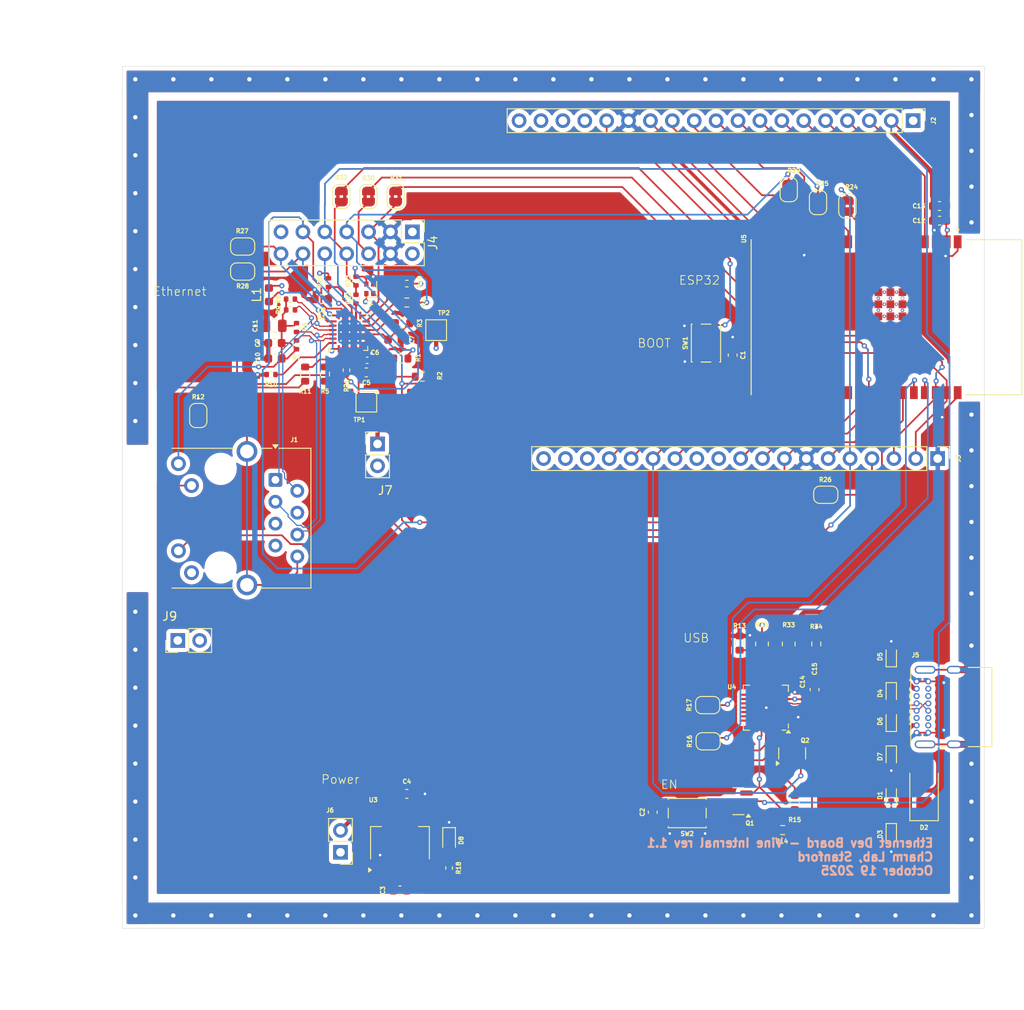
<source format=kicad_pcb>
(kicad_pcb (version 20241229) (generator "pcbnew") (generator_version "9.0")
  (layers (0 "F.Cu" signal) (4 "In1.Cu" signal) (6 "In2.Cu" signal) (2 "B.Cu" signal) (13 "F.Paste" user) (15 "B.Paste" user) (5 "F.SilkS" user "F.Silkscreen") (7 "B.SilkS" user "B.Silkscreen") (1 "F.Mask" user) (3 "B.Mask" user) (25 "Edge.Cuts" user))
  (net 0 "")
  (net 1 "VBUS")
  (net 2 "Net-(D1-K)")
  (net 3 "+5V")
  (net 4 "GND")
  (net 5 "Net-(D4-K)")
  (net 6 "Net-(D6-K)")
  (net 7 "/USB_DP")
  (net 9 "/TD_N")
  (net 10 "Net-(J1-Pad10)")
  (net 11 "/TD_P")
  (net 12 "Net-(J1-Pad11)")
  (net 13 "Net-(J1-Pad8)")
  (net 14 "VDDA")
  (net 15 "/RD_P")
  (net 16 "/RD_N")
  (net 17 "Net-(Q1-B)")
  (net 18 "/EN")
  (net 19 "/RTS")
  (net 20 "Net-(Q2-B)")
  (net 21 "/IO0")
  (net 22 "/DTR")
  (net 23 "/IO25")
  (net 24 "/RXD0")
  (net 25 "Net-(U1-CRS_DV{slash}MODE2)")
  (net 26 "Net-(U1-RXD1{slash}MODE1)")
  (net 27 "/TXD1")
  (net 29 "/OSCIN")
  (net 30 "Net-(U1-RXD0{slash}MODE0)")
  (net 31 "/TXD0")
  (net 32 "VCC")
  (net 33 "Net-(U1-MDIO)")
  (net 34 "Net-(U1-VDD1A)")
  (net 35 "/RXER")
  (net 36 "/LED2")
  (net 37 "/nRST")
  (net 38 "Net-(U1-RBIAS)")
  (net 39 "VDDCR")
  (net 40 "/MDC")
  (net 41 "+3.3V")
  (net 43 "/TX_EN")
  (net 45 "/LED1")
  (net 46 "Net-(U4-~{SUSPEND})")
  (net 47 "Net-(U4-VBUS)")
  (net 48 "/RXD")
  (net 53 "/CTS")
  (net 54 "/DSR")
  (net 55 "Net-(U4-~{RST})")
  (net 59 "/TXD")
  (net 62 "/RI")
  (net 64 "/DCD")
  (net 65 "/IO34")
  (net 76 "/USB_DN")
  (net 77 "/REFCLKO")
  (net 78 "/IO4")
  (net 79 "/IO12")
  (net 80 "/IO2")
  (net 81 "/IO19")
  (net 82 "/IO32")
  (net 83 "/IO21")
  (net 84 "/IO33")
  (net 85 "/SENSOR_VN")
  (net 86 "/IO22")
  (net 87 "/IO26")
  (net 88 "/IO23")
  (net 89 "/IO13")
  (net 90 "/IO15")
  (net 91 "/IO14")
  (net 92 "/IO27")
  (net 93 "/IO5")
  (net 94 "/SENSOR_VP")
  (net 95 "/IO35")
  (net 96 "/IO18")
  (net 97 "/CLK50")
  (net 98 "/RXD1")
  (net 99 "/CRS_DV")
  (net 104 "/MDIO")
  (net 105 "/R_RX_CLK")
  (net 106 "Net-(D8-A)")
  (net 107 "/SD3")
  (net 108 "/SD2")
  (net 109 "/EXT_5V")
  (net 110 "/CMD")
  (net 111 "/CLK")
  (net 112 "/IO16")
  (net 113 "/SD0")
  (net 114 "/SD1")
  (net 115 "/IO17")
  (net 117 "/TXDUSB")
  (net 118 "/RXDUSB")
  (net 119 "Earth")
  (footprint "Jumper:SolderJumper-2_P1.3mm_Bridged2Bar_RoundedPad1.0x1.5mm" (layer "F.Cu") (at 71.95 61.9)
    (property "Reference" "R27")
    (property "Value" "0R")
  )
  (footprint "Connector_USB:USB_C_Receptacle_GCT_USB4085" (layer "F.Cu") (at 150.14 118.3 90)
    (property "Reference" "J5")
    (property "Value" "USB_C_Receptacle_USB2.0_16P")
  )
  (footprint "Resistor_SMD:R_0402_1005Metric" (layer "F.Cu") (at 78.2 71.3 -90)
    (property "Reference" "R6")
    (property "Value" "49.9R")
  )
  (footprint "Resistor_SMD:R_0603_1608Metric" (layer "F.Cu") (at 91 68.4)
    (property "Reference" "R4")
    (property "Value" "10R")
  )
  (footprint "Diode_SMD:D_SOD-523" (layer "F.Cu") (at 147.2 116.9 90)
    (property "Reference" "D6")
    (property "Value" "ESD5Zxx" (hide yes))
  )
  (footprint "Diode_SMD:D_SOD-523" (layer "F.Cu") (at 147.2 130.1 -90)
    (property "Reference" "D3")
    (property "Value" "ESD5Zxx" (hide yes))
  )
  (footprint "Resistor_SMD:R_0402_1005Metric" (layer "F.Cu") (at 85.1 68 90)
    (property "Reference" "R22")
    (property "Value" "33R")
  )
  (footprint "Resistor_SMD:R_0603_1608Metric" (layer "F.Cu") (at 90.3 74.9 180)
    (property "Reference" "R1")
    (property "Value" "10R")
  )
  (footprint "XCVR_ESP32-WROVER-E-N8R8:XCVR_ESP32-WROVER-E-N8R8" (layer "F.Cu") (at 146.64 70.1 -90)
    (property "Reference" "U5")
    (property "Value" "ESP32-WROVER-E-N8R8")
  )
  (footprint "Resistor_SMD:R_0402_1005Metric" (layer "F.Cu") (at 75.25 76.75 180)
    (property "Reference" "R10")
    (property "Value" "12.5K")
  )
  (footprint "Capacitor_SMD:C_0603_1608Metric" (layer "F.Cu") (at 128.8 74.5 -90)
    (property "Reference" "C1")
    (property "Value" "0.1uF")
  )
  (footprint "Resistor_SMD:R_0201_0603Metric" (layer "F.Cu") (at 136.9 114.1 90)
    (property "Reference" "C14")
    (property "Value" "4.7uF")
  )
  (footprint "Resistor_SMD:R_0603_1608Metric" (layer "F.Cu") (at 90.5 70.8)
    (property "Reference" "R3")
    (property "Value" "10R")
  )
  (footprint "Jumper:SolderJumper-2_P1.3mm_Bridged2Bar_RoundedPad1.0x1.5mm" (layer "F.Cu") (at 89.7 56.1 -90)
    (property "Reference" "R31")
    (property "Value" "0R")
  )
  (footprint "Capacitor_SMD:C_0603_1608Metric" (layer "F.Cu") (at 89.6 72.7)
    (property "Reference" "C7")
    (property "Value" "0.1uF")
  )
  (footprint "TestPoint:TestPoint_Pad_2.0x2.0mm" (layer "F.Cu") (at 94.4 71.6)
    (property "Reference" "TP2")
    (property "Value" "TestPoint")
  )
  (footprint "Capacitor_SMD:C_0603_1608Metric" (layer "F.Cu") (at 81.1 68 180)
    (property "Reference" "C8")
    (property "Value" "0.1uF")
  )
  (footprint "Package_TO_SOT_SMD:SOT-223-3_TabPin2" (layer "F.Cu") (at 90.2 131.1 90)
    (property "Reference" "U3")
    (property "Value" "AMS1117-3.3")
  )
  (footprint "Diode_SMD:D_SMA" (layer "F.Cu") (at 151 125 90)
    (property "Reference" "D2")
    (property "Value" "B130-E3")
  )
  (footprint "Capacitor_SMD:C_0603_1608Metric" (layer "F.Cu") (at 75.7 73.1 180)
    (property "Reference" "C9")
    (property "Value" "0.1uF")
  )
  (footprint "Capacitor_SMD:C_0603_1608Metric" (layer "F.Cu") (at 152.8 58.9 180)
    (property "Reference" "C12")
    (property "Value" "22uF")
  )
  (footprint "Jumper:SolderJumper-2_P1.3mm_Bridged2Bar_RoundedPad1.0x1.5mm" (layer "F.Cu") (at 71.95 64.8)
    (property "Reference" "R28")
    (property "Value" "0R")
  )
  (footprint "Diode_SMD:D_SOD-523" (layer "F.Cu") (at 147.2 113.754 -90)
    (property "Reference" "D4")
    (property "Value" "ESD5Zxx" (hide yes))
  )
  (footprint "Connector_RJ:RJ45_Wuerth_7499010211A_Horizontal" (layer "F.Cu") (at 75.75 88.97 -90)
    (property "Reference" "J1")
    (property "Value" "RJ45_Wuerth_7499010211A")
  )
  (footprint "Jumper:SolderJumper-2_P1.3mm_Bridged2Bar_RoundedPad1.0x1.5mm" (layer "F.Cu") (at 125.9 115.1 180)
    (property "Reference" "R17")
    (property "Value" "0R")
  )
  (footprint "Resistor_SMD:R_0603_1608Metric" (layer "F.Cu") (at 79.2 76.7 -90)
    (property "Reference" "R11")
    (property "Value" "332R")
  )
  (footprint "Connector_PinHeader_2.54mm:PinHeader_1x02_P2.54mm_Vertical" (layer "F.Cu") (at 87.6 84.8)
    (property "Reference" "J7")
    (property "Value" "Conn_01x02_Pin")
  )
  (footprint "Capacitor_SMD:C_0805_2012Metric" (layer "F.Cu") (at 75.6 71.1 180)
    (property "Reference" "C11")
    (property "Value" "0.022uF")
  )
  (footprint "Jumper:SolderJumper-2_P1.3mm_Bridged2Bar_RoundedPad1.0x1.5mm" (layer "F.Cu") (at 66.8 81.5 90)
    (property "Reference" "R12")
    (property "Value" "0R")
  )
  (footprint "Resistor_SMD:R_0402_1005Metric" (layer "F.Cu") (at 84 76.25 -90)
    (property "Reference" "R21")
    (property "Value" "33R")
  )
  (footprint "Diode_SMD:D_SOD-523" (layer "F.Cu") (at 147.2 125.5 90)
    (property "Reference" "D1")
    (property "Value" "ESD5Zxx" (hide yes))
  )
  (footprint "Capacitor_SMD:C_0603_1608Metric" (layer "F.Cu") (at 86.3 76.5)
    (property "Reference" "C5")
    (property "Value" "470pF")
  )
  (footprint "Diode_SMD:D_SOD-523" (layer "F.Cu") (at 147.2 121.1 -90)
    (property "Reference" "D7")
    (property "Value" "ESD5Zxx" (hide yes))
  )
  (footprint "LED_SMD:LED_0603_1608Metric" (layer "F.Cu") (at 95.9 130.8 -90)
    (property "Reference" "D8")
    (property "Value" "LED")
  )
  (footprint "Capacitor_SMD:C_0603_1608Metric" (layer "F.Cu") (at 138.3 113.3 90)
    (property "Reference" "C15")
    (property "Value" "0.1uF")
  )
  (footprint "Resistor_SMD:R_0603_1608Metric" (layer "F.Cu") (at 136 126.4 90)
    (property "Reference" "R15")
    (property "Value" "10K")
  )
  (footprint "Resistor_SMD:R_0402_1005Metric" (layer "F.Cu") (at 85.1 65.9 -90)
    (property "Reference" "R23")
    (property "Value" "33R")
  )
  (footprint "Inductor_SMD:L_0603_1608Metric" (layer "F.Cu") (at 75 67.5 90)
    (property "Reference" "L1")
    (property "Value" "L")
  )
  (footprint "Resistor_SMD:R_0402_1005Metric" (layer "F.Cu") (at 91 66.2)
    (property "Reference" "R19")
    (property "Value" "1.5K")
  )
  (footprint "Resistor_SMD:R_0805_2012Metric" (layer "F.Cu") (at 135.3 108 -90)
    (property "Reference" "R33")
    (property "Value" "22.1K")
  )
  (footprint "Jumper:SolderJumper-2_P1.3mm_Bridged2Bar_RoundedPad1.0x1.5mm" (layer "F.Cu") (at 83.4 56.1 -90)
    (property "Reference" "R32")
    (property "Value" "0R")
  )
  (footprint "Resistor_SMD:R_0603_1608Metric" (layer "F.Cu") (at 129.6 107.9 90)
    (property "Reference" "R13")
    (property "Value" "10K")
  )
  (footprint "Capacitor_SMD:C_0402_1005Metric" (layer "F.Cu") (at 86.4 75.1)
    (property "Reference" "C6")
    (property "Value" "1uF")
  )
  (footprint "Resistor_SMD:R_0805_2012Metric" (layer "F.Cu") (at 132.2 108 -90)
    (property "Reference" "R35")
    (property "Value" "2K")
  )
  (footprint "Connector_PinHeader_2.54mm:PinHeader_2x07_P2.54mm_Vertical" (layer "F.Cu") (at 91.64 60.2 -90)
    (property "Reference" "J4")
    (property "Value" "Conn_02x07_Odd_Even" (hide yes))
  )
  (footprint "Connector_PinHeader_2.54mm:PinHeader_1x02_P2.54mm_Vertical" (layer "F.Cu") (at 64.425 107.6 90)
    (property "Reference" "J9")
    (property "Value" "Conn_01x02_Pin")
  )
  (footprint "Resistor_SMD:R_0603_1608Metric" (layer "F.Cu") (at 81.5 76.7 -90)
    (property "Reference" "R5")
    (property "Value" "332R")
  )
  (footprint "Package_TO_SOT_SMD:SOT-23" (layer "F.Cu") (at 129.4625 126.25 180)
    (property "Reference" "Q1")
    (property "Value" "SS8050")
  )
  (footprint "Jumper:SolderJumper-2_P1.3mm_Bridged2Bar_RoundedPad1.0x1.5mm" (layer "F.Cu") (at 138.7 56.8 90)
    (property "Reference" "R25")
    (property "Value" "0R")
  )
  (footprint "Button_Switch_SMD:SW_SPST_PTS810" (layer "F.Cu") (at 125.7 73.1 90)
    (property "Reference" "SW1")
    (property "Value" "SW_Push")
  )
  (footprint "Capacitor_SMD:C_0603_1608Metric" (layer "F.Cu") (at 119.525 127.525 90)
    (property "Reference" "C2")
    (property "Value" "0.1uF")
  )
  (footprint "Package_DFN_QFN:VQFN-24-1EP_4x4mm_P0.5mm_EP2.5x2.5mm_ThermalVias" (layer "F.Cu") (at 84.35 71.8375 90)
    (property "Reference" "U1")
    (property "Value" "LAN8720A")
  )
  (footprint "Resistor_SMD:R_0402_1005Metric" (layer "F.Cu") (at 95.9 134.01 90)
    (property "Reference" "R18")
    (property "Value" "2K")
  )
  (footprint "Jumper:SolderJumper-2_P1.3mm_Bridged2Bar_RoundedPad1.0x1.5mm" (layer "F.Cu") (at 139.6 90.7)
    (property "Reference" "R26")
    (property "Value" "0R")
  )
  (footprint "Connector_PinHeader_2.54mm:PinHeader_1x19_P2.54mm_Vertical" (layer "F.Cu") (at 152.58 86.5 -90)
    (property "Reference" "J3")
    (property "Value" "Conn_01x19_Pin" (hide yes))
  )
  (footprint "Package_TO_SOT_SMD:SOT-23" (layer "F.Cu") (at 135.7 120.7 90)
    (property "Reference" "Q2")
    (property "Value" "SS8050")
  )
  (footprint "Connector_PinHeader_2.54mm:PinHeader_1x19_P2.54mm_Vertical" (layer "F.Cu") (at 149.74 47.3 -90)
    (property "Reference" "J2")
    (property "Value" "Conn_01x19_Pin" (hide yes))
  )
  (footprint "Capacitor_SMD:C_0603_1608Metric" (layer "F.Cu") (at 91 125.4)
    (property "Reference" "C4")
    (property "Value" "22uF")
  )
  (footprint "TestPoint:TestPoint_Pad_2.0x2.0mm" (layer "F.Cu") (at 86.3 79.9)
    (property "Reference" "TP1")
    (property "Value" "TestPoint")
  )
  (footprint "Jumper:SolderJumper-2_P1.3mm_Bridged2Bar_RoundedPad1.0x1.5mm" (layer "F.Cu") (at 86.55 56.1 -90)
    (property "Reference" "R30")
    (property "Value" "0R")
  )
  (footprint "Jumper:SolderJumper-2_P1.3mm_Bridged2Bar_RoundedPad1.0x1.5mm" (layer "F.Cu") (at 142.1 57.2 90)
    (property "Reference" "R24")
    (property "Value" "0R")
  )
  (footprint "Resistor_SMD:R_0402_1005Metric" (layer "F.Cu") (at 77.51 69.25)
    (property "Reference" "R9")
    (property "Value" "49.9R")
  )
  (footprint "Resistor_SMD:R_0402_1005Metric" (layer "F.Cu") (at 78.2 73.31 90)
    (property "Reference" "R7")
    (property "Value" "49.9R")
  )
  (footprint "Oscillator:Oscillator_SMD_Abracon_ASCO-4Pin_1.6x1.2mm" (layer "F.Cu") (at 86.7 66.8 180)
    (property "Reference" "Y1")
    (property "Value" "ASCO")
  )
  (footprint "Resistor_SMD:R_0603_1608Metric" (layer "F.Cu") (at 138.5 108 -90)
    (property "Reference" "R34")
    (property "Value" "47.5K")
  )
  (footprint "Jumper:SolderJumper-2_P1.3mm_Bridged2Bar_RoundedPad1.0x1.5mm" (layer "F.Cu") (at 125.95 119.3 180)
    (property "Reference" "R16")
    (property "Value" "0R")
  )
  (footprint "Diode_SMD:D_SOD-523" (layer "F.Cu") (at 147.2 109.4 90)
    (property "Reference" "D5")
    (property "Value" "ESD5Zxx" (hide yes))
  )
  (footprint "Connector_PinHeader_2.54mm:PinHeader_1x02_P2.54mm_Vertical" (layer "F.Cu") (at 83.3 132.175 180)
    (property "Reference" "J6")
    (property "Value" "Conn_01x02_Pin" (hide yes))
  )
  (footprint "Package_DFN_QFN:QFN-28-1EP_5x5mm_P0.5mm_EP3.35x3.35mm" (layer "F.Cu") (at 132.65 115.4 180)
    (property "Reference" "U4")
    (property "Value" "CP2102N-Axx-xQFN28" (hide yes))
  )
  (footprint "Resistor_SMD:R_0603_1608Metric" (layer "F.Cu") (at 134.6 129.6 180)
    (property "Reference" "R14")
    (property "Value" "10K")
  )
  (footprint "Capacitor_SMD:C_0603_1608Metric" (layer "F.Cu") (at 152.8 57.2 180)
    (property "Reference" "C13")
    (property "Value" "0.1uF")
  )
  (footprint "Capacitor_SMD:C_0603_1608Metric" (layer "F.Cu") (at 90.2 136.6 180)
    (property "Reference" "C3")
    (property "Value" "22uF")
  )
  (footprint "Resistor_SMD:R_0603_1608Metric" (layer "F.Cu") (at 92.8 77)
    (property "Reference" "R2")
    (property "Value" "10R")
  )
  (footprint "Jumper:SolderJumper-2_P1.3mm_Bridged2Bar_RoundedPad1.0x1.5mm" (layer "F.Cu") (at 135.3 55.3 90)
    (property "Reference" "R29")
    (property "Value" "0R")
  )
  (footprint "Capacitor_SMD:C_0603_1608Metric" (layer "F.Cu") (at 75.7 74.9 180)
    (property "Reference" "C10")
    (property "Value" "0.1uF")
  )
  (footprint "Button_Switch_SMD:SW_SPST_PTS810" (layer "F.Cu") (at 123.525 127.625 180)
    (property "Reference" "SW2")
    (property "Value" "SW_Push")
  )
  (footprint "Resistor_SMD:R_0402_1005Metric" (layer "F.Cu") (at 77.5 68)
    (property "Reference" "R8")
    (property "Value" "49.9R")
  )
  (footprint "Resistor_SMD:R_0402_1005Metric" (layer "F.Cu") (at 81.9 66.09 90)
    (property "Reference" "R20")
    (property "Value" "4.7K")
  )
  (gr_rect (start 58 41) (end 158 141) (stroke (width 0.05)) (fill no) (layer "Edge.Cuts"))
  (gr_text "USB\n" (at 123 107.9 0) (layer "F.SilkS") (effects (font (size 1 1) (thickness 0.1)) (justify left bottom)))
  (gr_text "ESP32" (at 122.5 66.4 0) (layer "F.SilkS") (effects (font (size 1 1) (thickness 0.1)) (justify left bottom)))
  (gr_text "Ethernet" (at 61.5 67.7 0) (layer "F.SilkS") (effects (font (size 1 1) (thickness 0.1)) (justify left bottom)))
  (gr_text "Power" (at 81 124.3 0) (layer "F.SilkS") (effects (font (size 1 1) (thickness 0.1)) (justify left bottom)))
  (gr_text "BOOT" (at 117.7 73.7 0) (layer "F.SilkS") (effects (font (size 1 1) (thickness 0.1)) (justify left bottom)))
  (gr_text "EN" (at 120.4 124.9 0) (layer "F.SilkS") (effects (font (size 1 1) (thickness 0.1)) (justify left bottom)))
  (gr_text "Ethernet Dev Board - Vine Internal rev 1.1\nCharm Lab, Stanford\nOctober 19 2025" (at 152.2 134.9 0) (layer "B.SilkS") (effects (font (size 1 1) (thickness 0.25) (bold yes)) (justify left bottom mirror)))
  (segment (start 150.14 113.2) (end 149.857214 113.2) (width 0.5) (layer "F.Cu") (net 1))
  (segment (start 149.1 122) (end 150.1 123) (width 0.5) (layer "F.Cu") (net 1))
  (segment (start 135.3 106.1) (end 135.3 107.0875) (width 0.5) (layer "F.Cu") (net 1))
  (segment (start 149.1 117.995026) (end 149.1 122) (width 0.5) (layer "F.Cu") (net 1))
  (segment (start 150.1 123) (end 151 123) (width 0.5) (layer "F.Cu") (net 1))
  (segment (start 149 112.342786) (end 149 106.3) (width 0.5) (layer "F.Cu") (net 1))
  (segment (start 147.2 124.1) (end 148.3 123) (width 0.2) (layer "F.Cu") (net 1))
  (segment (start 147.2 124.8) (end 147.2 124.1) (width 0.2) (layer "F.Cu") (net 1))
  (segment (start 148.3 123) (end 151 123) (width 0.2) (layer "F.Cu") (net 1))
  (segment (start 147 104.3) (end 137.1 104.3) (width 0.5) (layer "F.Cu") (net 1))
  (segment (start 137.1 104.3) (end 135.3 106.1) (width 0.5) (layer "F.Cu") (net 1))
  (segment (start 149 106.3) (end 147 104.3) (width 0.5) (layer "F.Cu") (net 1))
  (segment (start 150.14 117.45) (end 149.645026 117.45) (width 0.5) (layer "F.Cu") (net 1))
  (segment (start 149.645026 117.45) (end 149.1 117.995026) (width 0.5) (layer "F.Cu") (net 1))
  (segment (start 149.857214 113.2) (end 149 112.342786) (width 0.5) (layer "F.Cu") (net 1))
  (segment (start 147.2 129.4) (end 147.2 126.2) (width 0.2) (layer "F.Cu") (net 2))
  (segment (start 151 131.6) (end 148.08 134.52) (width 0.5) (layer "F.Cu") (net 3))
  (segment (start 92.5 134.25) (end 92.77 134.52) (width 0.5) (layer "F.Cu") (net 3))
  (segment (start 148.08 134.52) (end 95.9 134.52) (width 0.5) (layer "F.Cu") (net 3))
  (segment (start 151 127) (end 151 131.6) (width 0.5) (layer "F.Cu") (net 3))
  (segment (start 92.77 134.52) (end 95.9 134.52) (width 0.5) (layer "F.Cu") (net 3))
  (segment (start 92.5 136.3) (end 92.5 134.25) (width 0.5) (layer "F.Cu") (net 3))
  (segment (start 92.2 136.6) (end 92.5 136.3) (width 0.5) (layer "F.Cu") (net 3))
  (segment (start 90.975 136.6) (end 92.2 136.6) (width 0.5) (layer "F.Cu") (net 3))
  (segment (start 121.45 129.95) (end 121.5 130) (width 0.2) (layer "F.Cu") (net 4))
  (segment (start 123.275 71.025) (end 123.2 71.1) (width 0.2) (layer "F.Cu") (net 4))
  (segment (start 121.45 128.7) (end 125.6 128.7) (width 0.2) (layer "F.Cu") (net 4))
  (segment (start 124.625 71.025) (end 123.275 71.025) (width 0.2) (layer "F.Cu") (net 4))
  (segment (start 119.925 128.7) (end 119.525 128.3) (width 0.2) (layer "F.Cu") (net 4))
  (segment (start 87.075 75.295) (end 86.88 75.1) (width 0.2) (layer "F.Cu") (net 4))
  (segment (start 74.925 73.1) (end 73.8 73.1) (width 0.2) (layer "F.Cu") (net 4))
  (segment (start 136.9 113) (end 137.375 112.525) (width 0.2) (layer "F.Cu") (net 4))
  (segment (start 95.9 130.0125) (end 95.9 128.7) (width 0.2) (layer "F.Cu") (net 4))
  (segment (start 124.625 71.025) (end 124.625 75.175) (width 0.2) (layer "F.Cu") (net 4))
  (segment (start 151.49 112.35) (end 153.15 112.35) (width 0.2) (layer "F.Cu") (net 4))
  (segment (start 87.1 65.4) (end 87.1 66.25) (width 0.2) (layer "F.Cu") (net 4))
  (segment (start 130.725 107.075) (end 130.8 107) (width 0.2) (layer "F.Cu") (net 4))
  (segment (start 88.4 136.6) (end 89.425 136.6) (width 0.2) (layer "F.Cu") (net 4))
  (segment (start 87.9 134.25) (end 87.9 136.1) (width 0.2) (layer "F.Cu") (net 4))
  (segment (start 124.625 75.175) (end 123.325 75.175) (width 0.2) (layer "F.Cu") (net 4))
  (segment (start 87.9 136.1) (end 88.4 136.6) (width 0.2) (layer "F.Cu") (net 4))
  (segment (start 74.925 74.9) (end 73.8 74.9) (width 0.2) (layer "F.Cu") (net 4))
  (segment (start 136.9 113.78) (end 136.9 113) (width 0.2) (layer "F.Cu") (net 4))
  (segment (start 151.49 118.3) (end 153 118.3) (width 0.2) (layer "F.Cu") (net 4))
  (segment (start 152.025 57.2) (end 152.025 58.9) (width 0.2) (layer "F.Cu") (net 4))
  (segment (start 150.14 112.35) (end 151.49 112.35) (width 0.2) (layer "F.Cu") (net 4))
  (segment (start 152.025 58.9) (end 152.025 59.825) (width 0.2) (layer "F.Cu") (net 4))
  (segment (start 152.025 59.825) (end 152.2 60) (width 0.2) (layer "F.Cu") (net 4))
  (segment (start 154.9 79.35) (end 154.9 78.85) (width 0.2) (layer "F.Cu") (net 4))
  (segment (start 147.2 121.8) (end 147.2 122.7) (width 0.2) (layer "F.Cu") (net 4))
  (segment (start 135.1 115.9) (end 135.8 115.9) (width 0.2) (layer "F.Cu") (net 4))
  (segment (start 136.9 113.78) (end 136.180003 113.78) (width 0.2) (layer "F.Cu") (net 4))
  (segment (start 87.9 134.25) (end 87.9 132.5) (width 0.2) (layer "F.Cu") (net 4))
  (segment (start 154.9 62.4) (end 154.9 61.35) (width 0.2) (layer "F.Cu") (net 4))
  (segment (start 123.325 75.175) (end 123.25 75.25) (width 0.2) (layer "F.Cu") (net 4))
  (segment (start 153.1 81.7) (end 153.1 81.15) (width 0.2) (layer "F.Cu") (net 4))
  (segment (start 80.325 68) (end 80.325 66.925) (width 0.2) (layer "F.Cu") (net 4))
  (segment (start 90.375 72.7) (end 91.4 72.7) (width 0.2) (layer "F.Cu") (net 4))
  (segment (start 147.2 130.8) (end 147.2 132.1) (width 0.2) (layer "F.Cu") (net 4))
  (segment (start 136.180003 113.78) (end 136 113.599997) (width 0.2) (layer "F.Cu") (net 4))
  (segment (start 150.14 118.3) (end 151.49 118.3) (width 0.2) (layer "F.Cu") (net 4))
  (segment (start 86.88 75.1) (end 86.88 74.32) (width 0.2) (layer "F.Cu") (net 4))
  (segment (start 121.45 128.7) (end 121.45 129.95) (width 0.2) (layer "F.Cu") (net 4))
  (segment (start 137.12 62.88) (end 137.1 62.9) (width 0.2) (layer "F.Cu") (net 4))
  (segment (start 137.12 61.35) (end 137.12 62.88) (width 0.2) (layer "F.Cu") (net 4))
  (segment (start 132.65 115.4) (end 132.7 115.4) (width 0.2) (layer "F.Cu") (net 4))
  (segment (start 138.5 106) (end 138.5 106.1) (width 0.2) (layer "F.Cu") (net 4))
  (segment (start 153.1 81.15) (end 154.9 79.35) (width 0.2) (layer "F.Cu") (net 4))
  (segment (start 87.075 76.5) (end 87.075 75.295) (width 0.2) (layer "F.Cu") (net 4))
  (segment (start 66.8 80.85) (end 66.8 79.5) (width 0.2) (layer "F.Cu") (net 4))
  (segment (start 135.8 115.9) (end 136.4 116.5) (width 0.2) (layer "F.Cu") (net 4))
  (segment (start 153.5 63) (end 154.3 63) (width 0.2) (layer "F.Cu") (net 4))
  (segment (start 80.325 66.925) (end 80.3 66.9) (width 0.2) (layer "F.Cu") (net 4))
  (segment (start 154.3 63) (end 154.9 62.4) (width 0.2) (layer "F.Cu") (net 4))
  (segment (start 128.8 73.725) (end 128.8 72.4) (width 0.2) (layer "F.Cu") (net 4))
  (segment (start 121.45 128.7) (end 119.925 128.7) (width 0.2) (layer "F.Cu") (net 4))
  (segment (start 153 118.3) (end 153.3 118) (width 0.2) (layer "F.Cu") (net 4))
  (segment (start 153.15 112.35) (end 153.3 112.5) (width 0.2) (layer "F.Cu") (net 4))
  (segment (start 129.6 107.075) (end 130.725 107.075) (width 0.2) (layer "F.Cu") (net 4))
  (segment (start 125.6 128.7) (end 125.6 130) (width 0.2) (layer "F.Cu") (net 4))
  (segment (start 74.74 76.75) (end 73.679896 76.75) (width 0.2) (layer "F.Cu") (net 4))
  (segment (start 91.775 125.4) (end 93.1 125.4) (width 0.2) (layer "F.Cu") (net 4))
  (segment (start 74.65 71.1) (end 73.4 71.1) (width 0.2) (layer "F.Cu") (net 4))
  (segment (start 137.375 112.525) (end 138.3 112.525) (width 0.2) (layer "F.Cu") (net 4))
  (segment (start 147.2 108.7) (end 147.2 107.7) (width 0.2) (layer "F.Cu") (net 4))
  (segment (start 138.5 107.175) (end 138.5 106) (width 0.2) (layer "F.Cu") (net 4))
  (segment (start 86.88 74.32) (end 86.9 74.3) (width 0.2) (layer "F.Cu") (net 4))
  (via (at 136 113.599997) (size 0.6) (drill 0.3) (layers "F.Cu" "B.Cu") (net 4))
  (via (at 66.8 79.5) (size 0.6) (drill 0.3) (layers "F.Cu" "B.Cu") (net 4))
  (via (at 132.7 115.4) (size 0.6) (drill 0.3) (layers "F.Cu" "B.Cu") (net 4))
  (via (at 95.9 128.7) (size 0.6) (drill 0.3) (layers "F.Cu" "B.Cu") (net 4))
  (via (at 86.9 74.3) (size 0.6) (drill 0.3) (layers "F.Cu" "B.Cu") (net 4))
  (via (at 147.2 107.7) (size 0.6) (drill 0.3) (layers "F.Cu" "B.Cu") (net 4))
  (via (at 147.2 122.7) (size 0.6) (drill 0.3) (layers "F.Cu" "B.Cu") (net 4))
  (via (at 123.25 75.25) (size 0.6) (drill 0.3) (layers "F.Cu" "B.Cu") (net 4))
  (via (at 80.3 66.9) (size 0.6) (drill 0.3) (layers "F.Cu" "B.Cu") (net 4))
  (via (at 153.5 63) (size 0.6) (drill 0.3) (layers "F.Cu" "B.Cu") (net 4))
  (via (at 87.9 132.5) (size 0.6) (drill 0.3) (layers "F.Cu" "B.Cu") (net 4))
  (via (at 123.2 71.1) (size 0.6) (drill 0.3) (layers "F.Cu" "B.Cu") (net 4))
  (via (at 121.5 130) (size 0.6) (drill 0.3) (layers "F.Cu" "B.Cu") (net 4))
  (via (at 136.4 116.5) (size 0.6) (drill 0.3) (layers "F.Cu" "B.Cu") (net 4))
  (via (at 153.3 112.5) (size 0.6) (drill 0.3) (layers "F.Cu" "B.Cu") (net 4))
  (via (at 138.5 106) (size 0.6) (drill 0.3) (layers "F.Cu" "B.Cu") (net 4))
  (via (at 153.3 118) (size 0.6) (drill 0.3) (layers "F.Cu" "B.Cu") (net 4))
  (via (at 91.4 72.7) (size 0.6) (drill 0.3) (layers "F.Cu" "B.Cu") (net 4))
  (via (at 152.2 60) (size 0.6) (drill 0.3) (layers "F.Cu" "B.Cu") (net 4))
  (via (at 130.8 107) (size 0.6) (drill 0.3) (layers "F.Cu" "B.Cu") (net 4))
  (via (at 87.1 65.4) (size 0.6) (drill 0.3) (layers "F.Cu" "B.Cu") (net 4))
  (via (at 73.8 74.9) (size 0.6) (drill 0.3) (layers "F.Cu" "B.Cu") (net 4))
  (via (at 153.1 81.7) (size 0.6) (drill 0.3) (layers "F.Cu" "B.Cu") (net 4))
  (via (at 147.2 132.1) (size 0.6) (drill 0.3) (layers "F.Cu" "B.Cu") (net 4))
  (via (at 128.8 72.4) (size 0.6) (drill 0.3) (layers "F.Cu" "B.Cu") (net 4))
  (via (at 73.679896 76.75) (size 0.6) (drill 0.3) (layers "F.Cu" "B.Cu") (net 4))
  (via (at 73.8 73.1) (size 0.6) (drill 0.3) (layers "F.Cu" "B.Cu") (net 4))
  (via (at 137.1 62.9) (size 0.6) (drill 0.3) (layers "F.Cu" "B.Cu") (net 4))
  (via (at 73.4 71.1) (size 0.6) (drill 0.3) (layers "F.Cu" "B.Cu") (net 4))
  (via (at 93.1 125.4) (size 0.6) (drill 0.3) (layers "F.Cu" "B.Cu") (net 4))
  (via (at 125.6 130) (size 0.6) (drill 0.3) (layers "F.Cu" "B.Cu") (net 4))
  (segment (start 147.2 113) (end 147.2 110.2) (width 0.2) (layer "F.Cu") (net 5))
  (segment (start 147.2 120.4) (end 147.2 117.6) (width 0.2) (layer "F.Cu") (net 6))
  (segment (start 137.302374 115.3692) (end 137.485548 115.552374) (width 0.1384) (layer "F.Cu") (net 7))
  (segment (start 136.417767 115.40858) (end 136.457148 115.3692) (width 0.1384) (layer "F.Cu") (net 7))
  (segment (start 149.419767 115.5442) (end 149.9342 115.5442) (width 0.1384) (layer "F.Cu") (net 7))
  (segment (start 150.14 115.75) (end 150.25 115.75) (width 0.1384) (layer "F.Cu") (net 7))
  (segment (start 147.2 116.2) (end 147.725001 116.2) (width 0.1384) (layer "F.Cu") (net 7))
  (segment (start 149.417767 115.5462) (end 149.419767 115.5442) (width 0.1384) (layer "F.Cu") (net 7))
  (segment (start 135.582233 115.40858) (end 136.417767 115.40858) (width 0.1384) (layer "F.Cu") (net 7))
  (segment (start 149.9342 115.5442) (end 150.14 115.75) (width 0.1384) (layer "F.Cu") (net 7))
  (segment (start 136.457148 115.3692) (end 137.302374 115.3692) (width 0.1384) (layer "F.Cu") (net 7))
  (segment (start 135.573653 115.4) (end 135.582233 115.40858) (width 0.1384) (layer "F.Cu") (net 7))
  (segment (start 148.378801 115.5462) (end 149.417767 115.5462) (width 0.1384) (layer "F.Cu") (net 7))
  (segment (start 147.725001 116.2) (end 148.378801 115.5462) (width 0.1384) (layer "F.Cu") (net 7))
  (segment (start 147.2 116.2) (end 146.674999 116.2) (width 0.1384) (layer "F.Cu") (net 7))
  (segment (start 135.1 115.4) (end 135.573653 115.4) (width 0.1384) (layer "F.Cu") (net 7))
  (segment (start 146.674999 116.2) (end 146.021199 115.5462) (width 0.1384) (layer "F.Cu") (net 7))
  (segment (start 150.25 115.75) (end 151.1 114.9) (width 0.1384) (layer "F.Cu") (net 7))
  (segment (start 146.021199 115.5462) (end 137.75 115.5462) (width 0.1384) (layer "F.Cu") (net 7))
  (segment (start 137.743826 115.552374) (end 137.75 115.5462) (width 0.1384) (layer "F.Cu") (net 7))
  (segment (start 151.1 114.9) (end 151.49 114.9) (width 0.1384) (layer "F.Cu") (net 7))
  (segment (start 137.485548 115.552374) (end 137.743826 115.552374) (width 0.1384) (layer "F.Cu") (net 7))
  (segment (start 80.899099 71.149099) (end 82.350901 71.149099) (width 0.1384) (layer "F.Cu") (net 9))
  (segment (start 80.568198 70.818198) (end 80.899099 71.149099) (width 0.1384) (layer "F.Cu") (net 9))
  (segment (start 78.780792 68.4108) (end 78.4208 68.4108) (width 0.1384) (layer "F.Cu") (net 9))
  (segment (start 82.350901 71.149099) (end 82.4125 71.0875) (width 0.1384) (layer "F.Cu") (net 9))
  (segment (start 80.568198 70.198206) (end 80.502002 70.13201) (width 0.1384) (layer "F.Cu") (net 9))
  (segment (start 79.981594 69.611602) (end 78.780792 68.4108) (width 0.1384) (layer "F.Cu") (net 9))
  (segment (start 80.167987 69.611602) (end 79.981594 69.611602) (width 0.1384) (layer "F.Cu") (net 9))
  (segment (start 80.502002 69.945617) (end 80.167987 69.611602) (width 0.1384) (layer "F.Cu") (net 9))
  (segment (start 80.568198 70.818198) (end 80.568198 70.198206) (width 0.1384) (layer "F.Cu") (net 9))
  (segment (start 80.502002 70.13201) (end 80.502002 69.945617) (width 0.1384) (layer "F.Cu") (net 9))
  (segment (start 78.4208 68.4108) (end 78.01 68) (width 0.1384) (layer "F.Cu") (net 9))
  (via (at 80.568198 70.818198) (size 0.6) (drill 0.3) (layers "F.Cu" "B.Cu") (net 9))
  (segment (start 80.241798 70.818198) (end 80.568198 70.818198) (width 0.1384) (layer "B.Cu") (net 9))
  (segment (start 76.6042 74.455796) (end 80.241798 70.818198) (width 0.1384) (layer "B.Cu") (net 9))
  (segment (start 76.8202 88.196482) (end 76.6042 87.980482) (width 0.1384) (layer "B.Cu") (net 9))
  (segment (start 76.6042 87.980482) (end 76.6042 74.455796) (width 0.1384) (layer "B.Cu") (net 9))
  (segment (start 78.29 90.24) (end 76.8202 88.7702) (width 0.1384) (layer "B.Cu") (net 9))
  (segment (start 76.8202 88.7702) (end 76.8202 88.196482) (width 0.1384) (layer "B.Cu") (net 9))
  (segment (start 66.02 89.63) (end 63.43 89.63) (width 0.2) (layer "F.Cu") (net 10))
  (segment (start 63.35 78.25) (end 78.475 78.25) (width 0.2) (layer "F.Cu") (net 10))
  (segment (start 62.7 88.9) (end 62.7 78.9) (width 0.2) (layer "F.Cu") (net 10))
  (segment (start 63.43 89.63) (end 62.7 88.9) (width 0.2) (layer "F.Cu") (net 10))
  (segment (start 62.7 78.9) (end 63.35 78.25) (width 0.2) (layer "F.Cu") (net 10))
  (segment (start 78.475 78.25) (end 79.2 77.525) (width 0.2) (layer "F.Cu") (net 10))
  (segment (start 79.997998 71.054383) (end 80.332013 71.388398) (width 0.1384) (layer "F.Cu") (net 11))
  (segment (start 78.5992 68.8492) (end 78.4208 68.8492) (width 0.1384) (layer "F.Cu") (net 11))
  (segment (start 78.4208 68.8492) (end 78.02 69.25) (width 0.1384) (layer "F.Cu") (net 11))
  (segment (start 79.931802 70.181802) (end 78.5992 68.8492) (width 0.1384) (layer "F.Cu") (net 11))
  (segment (start 80.717508 71.5875) (end 82.4125 71.5875) (width 0.1384) (layer "F.Cu") (net 11))
  (segment (start 79.931802 70.181802) (end 79.931802 70.801794) (width 0.1384) (layer "F.Cu") (net 11))
  (segment (start 79.931802 70.801794) (end 79.997998 70.86799) (width 0.1384) (layer "F.Cu") (net 11))
  (segment (start 80.332013 71.388398) (end 80.518406 71.388398) (width 0.1384) (layer "F.Cu") (net 11))
  (segment (start 79.997998 70.86799) (end 79.997998 71.054383) (width 0.1384) (layer "F.Cu") (net 11))
  (segment (start 80.518406 71.388398) (end 80.717508 71.5875) (width 0.1384) (layer "F.Cu") (net 11))
  (via (at 79.931802 70.181802) (size 0.6) (drill 0.3) (layers "F.Cu" "B.Cu") (net 11))
  (segment (start 76.1658 74.274204) (end 79.931802 70.508202) (width 0.1384) (layer "B.Cu") (net 11))
  (segment (start 79.931802 70.508202) (end 79.931802 70.181802) (width 0.1384) (layer "B.Cu") (net 11))
  (segment (start 76.1658 88.5542) (end 76.1658 74.274204) (width 0.1384) (layer "B.Cu") (net 11))
  (segment (start 75.75 88.97) (end 76.1658 88.5542) (width 0.1384) (layer "B.Cu") (net 11))
  (segment (start 77.521 96.421) (end 81.379 96.421) (width 0.2) (layer "F.Cu") (net 12))
  (segment (start 66.3 95.4) (end 76.5 95.4) (width 0.2) (layer "F.Cu") (net 12))
  (segment (start 81.379 96.421) (end 82.9 94.9) (width 0.2) (layer "F.Cu") (net 12))
  (segment (start 82.9 94.9) (end 82.9 78.2) (width 0.2) (layer "F.Cu") (net 12))
  (segment (start 82.225 77.525) (end 81.5 77.525) (width 0.2) (layer "F.Cu") (net 12))
  (segment (start 82.9 78.2) (end 82.225 77.525) (width 0.2) (layer "F.Cu") (net 12))
  (segment (start 76.5 95.4) (end 77.521 96.421) (width 0.2) (layer "F.Cu") (net 12))
  (segment (start 64.5 97.2) (end 66.3 95.4) (width 0.2) (layer "F.Cu") (net 12))
  (segment (start 72.45 82.95) (end 72.45 85.67) (width 0.2) (layer "F.Cu") (net 13))
  (segment (start 72.45 101.16) (end 76.84 101.16) (width 0.2) (layer "F.Cu") (net 13))
  (segment (start 71.65 82.15) (end 72.45 82.95) (width 0.2) (layer "F.Cu") (net 13))
  (segment (start 78.29 99.71) (end 78.29 97.86) (width 0.2) (layer "F.Cu") (net 13))
  (segment (start 76.84 101.16) (end 78.29 99.71) (width 0.2) (layer "F.Cu") (net 13))
  (segment (start 66.8 82.15) (end 71.65 82.15) (width 0.2) (layer "F.Cu") (net 13))
  (segment (start 72.45 85.67) (end 72.45 101.16) (width 0.2) (layer "B.Cu") (net 13))
  (segment (start 77.12 74.9) (end 78.2 73.82) (width 0.2) (layer "F.Cu") (net 14))
  (segment (start 76.475 73.1) (end 77.48 73.1) (width 0.2) (layer "F.Cu") (net 14))
  (segment (start 77.48 73.1) (end 78.2 73.82) (width 0.2) (layer "F.Cu") (net 14))
  (segment (start 77.89 71.1) (end 78.2 70.79) (width 0.2) (layer "F.Cu") (net 14))
  (segment (start 76.99 68) (end 76.99 69.24) (width 0.2) (layer "F.Cu") (net 14))
  (segment (start 76.6 69.79) (end 76.6 71.05) (width 0.2) (layer "F.Cu") (net 14))
  (segment (start 76.475 74.9) (end 76.475 73.1) (width 0.2) (layer "F.Cu") (net 14))
  (segment (start 76.475 73.1) (end 76.475 71.175) (width 0.2) (layer "F.Cu") (net 14))
  (segment (start 75.525783 75.849217) (end 73.808257 75.849217) (width 0.2) (layer "F.Cu") (net 14))
  (segment (start 76.55 71.1) (end 77.89 71.1) (width 0.2) (layer "F.Cu") (net 14))
  (segment (start 76.99 69.24) (end 77 69.25) (width 0.2) (layer "F.Cu") (net 14))
  (segment (start 76.475 71.175) (end 76.55 71.1) (width 0.2) (layer "F.Cu") (net 14))
  (segment (start 76.475 74.9) (end 75.525783 75.849217) (width 0.2) (layer "F.Cu") (net 14))
  (segment (start 76.6 71.05) (end 76.55 71.1) (width 0.2) (layer "F.Cu") (net 14))
  (segment (start 76.475 74.9) (end 77.12 74.9) (width 0.2) (layer "F.Cu") (net 14))
  (segment (start 77.09 69.3) (end 76.6 69.79) (width 0.2) (layer "F.Cu") (net 14))
  (via (at 73.808257 75.849217) (size 0.6) (drill 0.3) (layers "F.Cu" "B.Cu") (net 14))
  (segment (start 64.5 79.25) (end 64.5 87.09) (width 0.2) (layer "B.Cu") (net 14))
  (segment (start 73.808257 75.849217) (end 67.900783 75.849217) (width 0.2) (layer "B.Cu") (net 14))
  (segment (start 67.900783 75.849217) (end 64.5 79.25) (width 0.2) (layer "B.Cu") (net 14))
  (segment (start 79.931802 72.491798) (end 79.688405 72.248401) (width 0.1384) (layer "F.Cu") (net 15))
  (segment (start 79.931802 72.818198) (end 79.931802 72.491798) (width 0.1384) (layer "F.Cu") (net 15))
  (segment (start 81.725449 72.5567) (end 81.756249 72.5875) (width 0.1384) (layer "F.Cu") (net 15))
  (segment (start 78.751599 72.248401) (end 78.2 72.8) (width 0.1384) (layer "F.Cu") (net 15))
  (segment (start 81.756249 72.5875) (end 82.4125 72.5875) (width 0.1384) (layer "F.Cu") (net 15))
  (segment (start 79.931802 72.818198) (end 81.289651 72.818198) (width 0.1384) (layer "F.Cu") (net 15))
  (segment (start 79.688405 72.248401) (end 78.751599 72.248401) (width 0.1384) (layer "F.Cu") (net 15))
  (segment (start 81.551149 72.5567) (end 81.725449 72.5567) (width 0.1384) (layer "F.Cu") (net 15))
  (segment (start 81.289651 72.818198) (end 81.551149 72.5567) (width 0.1384) (layer "F.Cu") (net 15))
  (via (at 79.931802 72.818198) (size 0.6) (drill 0.3) (layers "F.Cu" "B.Cu") (net 15))
  (segment (start 79.474204 94.4658) (end 80.5308 93.409204) (width 0.1384) (layer "B.Cu") (net 15))
  (segment (start 80.5308 73.090796) (end 80.258202 72.818198) (width 0.1384) (layer "B.Cu") (net 15))
  (segment (start 80.5308 93.409204) (end 80.5308 73.090796) (width 0.1384) (layer "B.Cu") (net 15))
  (segment (start 77.2198 92.9798) (end 77.2198 93.223292) (width 0.1384) (layer "B.Cu") (net 15))
  (segment (start 77.2198 93.223292) (end 78.246308 94.2498) (width 0.1384) (layer "B.Cu") (net 15))
  (segment (start 78.949292 94.4658) (end 79.474204 94.4658) (width 0.1384) (layer "B.Cu") (net 15))
  (segment (start 78.733292 94.2498) (end 78.949292 94.4658) (width 0.1384) (layer "B.Cu") (net 15))
  (segment (start 78.246308 94.2498) (end 78.733292 94.2498) (width 0.1384) (layer "B.Cu") (net 15))
  (segment (start 80.258202 72.818198) (end 79.931802 72.818198) (width 0.1384) (layer "B.Cu") (net 15))
  (segment (start 75.75 91.51) (end 77.2198 92.9798) (width 0.1384) (layer "B.Cu") (net 15))
  (segment (start 79.869996 71.81) (end 78.2 71.81) (width 0.1384) (layer "F.Cu") (net 16))
  (segment (start 81.725449 72.1183) (end 81.756249 72.0875) (width 0.1384) (layer "F.Cu") (net 16))
  (segment (start 81.756249 72.0875) (end 82.4125 72.0875) (width 0.1384) (layer "F.Cu") (net 16))
  (segment (start 80.568198 72.181802) (end 80.766193 72.379797) (width 0.1384) (layer "F.Cu") (net 16))
  (segment (start 81.369557 72.1183) (end 81.725449 72.1183) (width 0.1384) (layer "F.Cu") (net 16))
  (segment (start 80.766193 72.379797) (end 81.10806 72.379797) (width 0.1384) (layer "F.Cu") (net 16))
  (segment (start 80.241798 72.181802) (end 79.869996 71.81) (width 0.1384) (layer "F.Cu") (net 16))
  (segment (start 81.10806 72.379797) (end 81.369557 72.1183) (width 0.1384) (layer "F.Cu") (net 16))
  (segment (start 80.568198 72.181802) (end 80.241798 72.181802) (width 0.1384) (layer "F.Cu") (net 16))
  (via (at 80.568198 72.181802) (size 0.6) (drill 0.3) (layers "F.Cu" "B.Cu") (net 16))
  (segment (start 80.9692 93.590796) (end 80.9692 72.909204) (width 0.1384) (layer "B.Cu") (net 16))
  (segment (start 80.9692 72.909204) (end 80.568198 72.508202) (width 0.1384) (layer "B.Cu") (net 16))
  (segment (start 80.568198 72.508202) (end 80.568198 72.181802) (width 0.1384) (layer "B.Cu") (net 16))
  (segment (start 78.7058 94.9042) (end 79.655796 94.9042) (width 0.1384) (layer "B.Cu") (net 16))
  (segment (start 79.655796 94.9042) (end 80.9692 93.590796) (width 0.1384) (layer "B.Cu") (net 16))
  (segment (start 78.29 95.32) (end 78.7058 94.9042) (width 0.1384) (layer "B.Cu") (net 16))
  (segment (start 130.4 128.8) (end 131.2 129.6) (width 0.2) (layer "F.Cu") (net 17))
  (segment (start 130.4 127.2) (end 130.4 128.8) (width 0.2) (layer "F.Cu") (net 17))
  (segment (start 131.2 129.6) (end 133.775 129.6) (width 0.2) (layer "F.Cu") (net 17))
  (segment (start 128.503763 126.271237) (end 128.525 126.25) (width 0.2) (layer "F.Cu") (net 18))
  (segment (start 152.801 60.909) (end 152.36 61.35) (width 0.2) (layer "F.Cu") (net 18))
  (segment (start 121.4 126.5) (end 121.45 126.55) (width 0.2) (layer "F.Cu") (net 18))
  (segment (start 119.525 126.75) (end 119.775 126.5) (width 0.2) (layer "F.Cu") (net 18))
  (segment (start 125.878763 126.271237) (end 128.503763 126.271237) (width 0.2) (layer "F.Cu") (net 18))
  (segment (start 152.801 52.901) (end 152.801 60.909) (width 0.2) (layer "F.Cu") (net 18))
  (segment (start 132.35 126.25) (end 128.525 126.25) (width 0.2) (layer "F.Cu") (net 18))
  (segment (start 121.45 126.55) (end 125.6 126.55) (width 0.2) (layer "F.Cu") (net 18))
  (segment (start 147.2 47.3) (end 152.801 52.901) (width 0.2) (layer "F.Cu") (net 18))
  (segment (start 132.5 126.4) (end 132.35 126.25) (width 0.2) (layer "F.Cu") (net 18))
  (segment (start 119.775 126.5) (end 121.4 126.5) (width 0.2) (layer "F.Cu") (net 18))
  (segment (start 125.6 126.55) (end 125.878763 126.271237) (width 0.2) (layer "F.Cu") (net 18))
  (via (at 132.5 126.4) (size 0.6) (drill 0.3) (layers "F.Cu" "B.Cu") (net 18))
  (segment (start 147.2 48.8) (end 147.2 47.3) (width 0.2) (layer "B.Cu") (net 18))
  (segment (start 151.338943 72.038943) (end 151.338943 52.938943) (width 0.2) (layer "B.Cu") (net 18))
  (segment (start 153.951 105.449) (end 153.951 74.651) (width 0.2) (layer "B.Cu") (net 18))
  (segment (start 152.7 124.5) (end 152.7 106.7) (width 0.2) (layer "B.Cu") (net 18))
  (segment (start 151.338943 52.938943) (end 147.2 48.8) (width 0.2) (layer "B.Cu") (net 18))
  (segment (start 153.951 74.651) (end 151.338943 72.038943) (width 0.2) (layer "B.Cu") (net 18))
  (segment (start 132.5 126.4) (end 150.8 126.4) (width 0.2) (layer "B.Cu") (net 18))
  (segment (start 152.7 106.7) (end 153.951 105.449) (width 0.2) (layer "B.Cu") (net 18))
  (segment (start 150.8 126.4) (end 152.7 124.5) (width 0.2) (layer "B.Cu") (net 18))
  (segment (start 132.15 117.85) (end 132.15 118.65) (width 0.2) (layer "F.Cu") (net 19))
  (segment (start 131.2 125.3) (end 130.4 125.3) (width 0.2) (layer "F.Cu") (net 19))
  (segment (start 131.9 123.7) (end 131.9 124.6) (width 0.2) (layer "F.Cu") (net 19))
  (segment (start 134.525 127.225) (end 131.9 124.6) (width 0.2) (layer "F.Cu") (net 19))
  (segment (start 131.9 124.6) (end 131.2 125.3) (width 0.2) (layer "F.Cu") (net 19))
  (segment (start 132.15 118.65) (end 131.9 118.9) (width 0.2) (layer "F.Cu") (net 19))
  (segment (start 136 127.225) (end 134.525 127.225) (width 0.2) (layer "F.Cu") (net 19))
  (via (at 131.9 118.9) (size 0.6) (drill 0.3) (layers "F.Cu" "B.Cu") (net 19))
  (via (at 131.9 123.7) (size 0.6) (drill 0.3) (layers "F.Cu" "B.Cu") (net 19))
  (segment (start 131.9 123.7) (end 131.9 118.9) (width 0.2) (layer "B.Cu") (net 19))
  (segment (start 134.75 123.425) (end 136 124.675) (width 0.2) (layer "F.Cu") (net 20))
  (segment (start 136 124.675) (end 136 125.575) (width 0.2) (layer "F.Cu") (net 20))
  (segment (start 134.75 121.6375) (end 134.75 123.425) (width 0.2) (layer "F.Cu") (net 20))
  (segment (start 135.765 75.275) (end 128.8 75.275) (width 0.2) (layer "F.Cu") (net 21))
  (segment (start 138.39 78.85) (end 138.39 77.9) (width 0.2) (layer "F.Cu") (net 21))
  (segment (start 126.775 75.175) (end 126.775 71.025) (width 0.2) (layer "F.Cu") (net 21))
  (segment (start 138.39 78.85) (end 138.39 79.8) (width 0.2) (layer "F.Cu") (net 21))
  (segment (start 86.05 52.8) (end 83.4 55.45) (width 0.2) (layer "F.Cu") (net 21))
  (segment (start 127.9 71) (end 126.8 71) (width 0.2) (layer "F.Cu") (net 21))
  (segment (start 119.56 86.44) (end 119.56 86.5) (width 0.2) (layer "F.Cu") (net 21))
  (segment (start 125 81) (end 119.56 86.44) (width 0.2) (layer "F.Cu") (net 21))
  (segment (start 136.7 121.6875) (end 136.65 121.6375) (width 0.2) (layer "F.Cu") (net 21))
  (segment (start 138.39 79.8) (end 137.19 81) (width 0.2) (layer "F.Cu") (net 21))
  (segment (start 136.7 123.3) (end 136.7 121.6875) (width 0.2) (layer "F.Cu") (net 21))
  (segment (start 138.39 77.9) (end 135.765 75.275) (width 0.2) (layer "F.Cu") (net 21))
  (segment (start 128.5 63.4) (end 117.9 52.8) (width 0.2) (layer "F.Cu") (net 21))
  (segment (start 128.8 75.275) (end 128.675 75.275) (width 0.2) (layer "F.Cu") (net 21))
  (segment (start 128.5 63.9) (end 128.5 63.4) (width 0.2) (layer "F.Cu") (net 21))
  (segment (start 128.675 75.275) (end 128.575 75.175) (width 0.2) (layer "F.Cu") (net 21))
  (segment (start 126.8 71) (end 126.775 71.025) (width 0.2) (layer "F.Cu") (net 21))
  (segment (start 137.19 81) (end 125 81) (width 0.2) (layer "F.Cu") (net 21))
  (segment (start 128.575 75.175) (end 126.775 75.175) (width 0.2) (layer "F.Cu") (net 21))
  (segment (start 117.9 52.8) (end 86.05 52.8) (width 0.2) (layer "F.Cu") (net 21))
  (via (at 136.7 123.3) (size 0.6) (drill 0.3) (layers "F.Cu" "B.Cu") (net 21))
  (via (at 127.9 71) (size 0.6) (drill 0.3) (layers "F.Cu" "B.Cu") (net 21))
  (via (at 128.5 63.9) (size 0.6) (drill 0.3) (layers "F.Cu" "B.Cu") (net 21))
  (segment (start 119.56 124.16) (end 120.7 125.3) (width 0.2) (layer "B.Cu") (net 21))
  (segment (start 120.7 125.3) (end 134.7 125.3) (width 0.2) (layer "B.Cu") (net 21))
  (segment (start 119.56 86.5) (end 119.56 124.16) (width 0.2) (layer "B.Cu") (net 21))
  (segment (start 128.5 63.9) (end 128.5 70.4) (width 0.2) (layer "B.Cu") (net 21))
  (segment (start 134.7 125.3) (end 136.7 123.3) (width 0.2) (layer "B.Cu") (net 21))
  (segment (start 128.5 70.4) (end 127.9 71) (width 0.2) (layer "B.Cu") (net 21))
  (segment (start 138 128.3) (end 138 120.7) (width 0.2) (layer "F.Cu") (net 22))
  (segment (start 134.15 119.15) (end 134.15 117.85) (width 0.2) (layer "F.Cu") (net 22))
  (segment (start 135.7 119.7625) (end 134.7625 119.7625) (width 0.2) (layer "F.Cu") (net 22))
  (segment (start 137.0625 119.7625) (end 135.7 119.7625) (width 0.2) (layer "F.Cu") (net 22))
  (segment (start 138 120.7) (end 137.0625 119.7625) (width 0.2) (layer "F.Cu") (net 22))
  (segment (start 134.7625 119.7625) (end 134.15 119.15) (width 0.2) (layer "F.Cu") (net 22))
  (segment (start 135.425 129.6) (end 136.7 129.6) (width 0.2) (layer "F.Cu") (net 22))
  (segment (start 136.7 129.6) (end 138 128.3) (width 0.2) (layer "F.Cu") (net 22))
  (segment (start 138.1 52.1) (end 134.22 52.1) (width 0.2) (layer "F.Cu") (net 23))
  (segment (start 140.4 54.4) (end 138.1 52.1) (width 0.2) (layer "F.Cu") (net 23))
  (segment (start 141.345 57.85) (end 140.4 56.905) (width 0.2) (layer "F.Cu") (net 23))
  (segment (start 140.4 56.905) (end 140.4 54.4) (width 0.2) (layer "F.Cu") (net 23))
  (segment (start 143.47 59.22) (end 142.1 57.85) (width 0.2) (layer "F.Cu") (net 23))
  (segment (start 142.1 57.85) (end 141.345 57.85) (width 0.2) (layer "F.Cu") (net 23))
  (segment (start 143.47 61.35) (end 143.47 59.22) (width 0.2) (layer "F.Cu") (net 23))
  (segment (start 134.22 52.1) (end 129.42 47.3) (width 0.2) (layer "F.Cu") (net 23))
  (segment (start 91.6 94.8) (end 139.6 94.8) (width 0.2) (layer "F.Cu") (net 24))
  (segment (start 90.425 93.625) (end 91.6 94.8) (width 0.2) (layer "F.Cu") (net 24))
  (segment (start 90.425 77.8) (end 90.425 93.625) (width 0.2) (layer "F.Cu") (net 24))
  (segment (start 139.6 94.8) (end 140.2 94.2) (width 0.2) (layer "F.Cu") (net 24))
  (segment (start 142.1 56) (end 142.1 56.55) (width 0.2) (layer "F.Cu") (net 24))
  (segment (start 141.4 55.3) (end 142.1 56) (width 0.2) (layer "F.Cu") (net 24))
  (segment (start 92.825 77.8) (end 90.425 77.8) (width 0.2) (layer "F.Cu") (net 24))
  (segment (start 93.625 77) (end 92.825 77.8) (width 0.2) (layer "F.Cu") (net 24))
  (via (at 140.2 94.2) (size 0.6) (drill 0.3) (layers "F.Cu" "B.Cu") (net 24))
  (via (at 90.425 77.8) (size 0.6) (drill 0.3) (layers "F.Cu" "B.Cu") (net 24))
  (via (at 141.4 55.3) (size 0.6) (drill 0.3) (layers "F.Cu" "B.Cu") (net 24))
  (segment (start 81.48 62.74) (end 81.48 65.68) (width 0.2) (layer "B.Cu") (net 24))
  (segment (start 142.42 91.98) (end 142.42 86.5) (width 0.2) (layer "B.Cu") (net 24))
  (segment (start 90.425 77.8) (end 90.425 74.625) (width 0.2) (layer "B.Cu") (net 24))
  (segment (start 140.2 94.2) (end 142.42 91.98) (width 0.2) (layer "B.Cu") (net 24))
  (segment (start 142.4 86.48) (end 142.42 86.5) (width 0.2) (layer "B.Cu") (net 24))
  (segment (start 142.4 56.3) (end 142.4 86.48) (width 0.2) (layer "B.Cu") (net 24))
  (segment (start 141.4 55.3) (end 142.4 56.3) (width 0.2) (layer "B.Cu") (net 24))
  (segment (start 81.48 65.68) (end 90.425 74.625) (width 0.2) (layer "B.Cu") (net 24))
  (segment (start 86.9125 71.0875) (end 89.6 68.4) (width 0.2) (layer "F.Cu") (net 25))
  (segment (start 89.6 68.4) (end 90.175 68.4) (width 0.2) (layer "F.Cu") (net 25))
  (segment (start 86.2875 71.0875) (end 86.9125 71.0875) (width 0.2) (layer "F.Cu") (net 25))
  (segment (start 88.8 77) (end 91.975 77) (width 0.2) (layer "F.Cu") (net 26))
  (segment (start 86.2875 73.0875) (end 86.537443 73.0875) (width 0.2) (layer "F.Cu") (net 26))
  (segment (start 86.537443 73.0875) (end 87.501 74.051057) (width 0.2) (layer "F.Cu") (net 26))
  (segment (start 87.501 74.051057) (end 87.501 75.701) (width 0.2) (layer "F.Cu") (net 26))
  (segment (start 87.501 75.701) (end 88.8 77) (width 0.2) (layer "F.Cu") (net 26))
  (segment (start 83.1 69.9) (end 82.217634 69.9) (width 0.2) (layer "F.Cu") (net 27))
  (segment (start 72.6 61.9) (end 75.56 61.9) (width 0.2) (layer "F.Cu") (net 27))
  (segment (start 75.56 61.9) (end 76.4 62.74) (width 0.2) (layer "F.Cu") (net 27))
  (segment (start 82.217634 69.9) (end 82.033817 69.716183) (width 0.2) (layer "F.Cu") (net 27))
  (via (at 82.033817 69.716183) (size 0.6) (drill 0.3) (layers "F.Cu" "B.Cu") (net 27))
  (segment (start 76.4 64.082366) (end 76.4 62.74) (width 0.2) (layer "B.Cu") (net 27))
  (segment (start 82.033817 69.716183) (end 76.4 64.082366) (width 0.2) (layer "B.Cu") (net 27))
  (segment (start 84.51 75.74) (end 84 75.74) (width 0.2) (layer "F.Cu") (net 29))
  (segment (start 85.1 75.15) (end 84.51 75.74) (width 0.2) (layer "F.Cu") (net 29))
  (segment (start 85.1 73.775) (end 85.1 75.15) (width 0.2) (layer "F.Cu") (net 29))
  (segment (start 86.740798 72.5875) (end 89.053298 74.9) (width 0.2) (layer "F.Cu") (net 30))
  (segment (start 89.053298 74.9) (end 89.475 74.9) (width 0.2) (layer "F.Cu") (net 30))
  (segment (start 86.2875 72.5875) (end 86.740798 72.5875) (width 0.2) (layer "F.Cu") (net 30))
  (segment (start 81.70189 69.1) (end 81.076 68.47411) (width 0.2) (layer "F.Cu") (net 31))
  (segment (start 92.5 93.9) (end 138.7 93.9) (width 0.2) (layer "F.Cu") (net 31))
  (segment (start 83.6 69.9) (end 83.6 69.3) (width 0.2) (layer "F.Cu") (net 31))
  (segment (start 140.25 92.35) (end 140.25 90.7) (width 0.2) (layer "F.Cu") (net 31))
  (segment (start 144.1 90.7) (end 144.96 89.84) (width 0.2) (layer "F.Cu") (net 31))
  (segment (start 83.6 69.3) (end 83.4 69.1) (width 0.2) (layer "F.Cu") (net 31))
  (segment (start 83.4 69.1) (end 81.70189 69.1) (width 0.2) (layer "F.Cu") (net 31))
  (segment (start 80.14 61.4) (end 78.94 60.2) (width 0.2) (layer "F.Cu") (net 31))
  (segment (start 144.96 89.84) (end 144.96 86.5) (width 0.2) (layer "F.Cu") (net 31))
  (segment (start 138.7 93.9) (end 140.25 92.35) (width 0.2) (layer "F.Cu") (net 31))
  (segment (start 81.076 66.6) (end 80.14 65.664) (width 0.2) (layer "F.Cu") (net 31))
  (segment (start 80.14 65.664) (end 80.14 61.4) (width 0.2) (layer "F.Cu") (net 31))
  (segment (start 140.25 90.7) (end 144.1 90.7) (width 0.2) (layer "F.Cu") (net 31))
  (segment (start 81.076 68.47411) (end 81.076 66.6) (width 0.2) (layer "F.Cu") (net 31))
  (via (at 92.5 93.9) (size 0.6) (drill 0.3) (layers "F.Cu" "B.Cu") (net 31))
  (segment (start 85.25 99.25) (end 76 99.25) (width 0.2) (layer "B.Cu") (net 31))
  (segment (start 74.279896 76.220104) (end 75 75.5) (width 0.2) (layer "B.Cu") (net 31))
  (segment (start 74.279896 97.529896) (end 74.279896 76.220104) (width 0.2) (layer "B.Cu") (net 31))
  (segment (start 75 75.5) (end 75 59) (width 0.2) (layer "B.Cu") (net 31))
  (segment (start 90.6 93.9) (end 85.25 99.25) (width 0.2) (layer "B.Cu") (net 31))
  (segment (start 76 99.25) (end 74.279896 97.529896) (width 0.2) (layer "B.Cu") (net 31))
  (segment (start 92.5 93.9) (end 90.6 93.9) (width 0.2) (layer "B.Cu") (net 31))
  (segment (start 78.94 58.94) (end 78.94 60.2) (width 0.2) (layer "B.Cu") (net 31))
  (segment (start 75 59) (end 75.5 58.5) (width 0.2) (layer "B.Cu") (net 31))
  (segment (start 75.5 58.5) (end 78.5 58.5) (width 0.2) (layer "B.Cu") (net 31))
  (segment (start 78.5 58.5) (end 78.94 58.94) (width 0.2) (layer "B.Cu") (net 31))
  (segment (start 86.3 68.2) (end 86.2 68.3) (width 0.2) (layer "F.Cu") (net 32))
  (segment (start 91.51 66.2) (end 92.6 66.2) (width 0.2) (layer "F.Cu") (net 32))
  (segment (start 75 66.7125) (end 75.262503 66.449997) (width 0.2) (layer "F.Cu") (net 32))
  (segment (start 81.800528 65) (end 81.9 65.099472) (width 0.2) (layer "F.Cu") (net 32))
  (segment (start 91.325 70.8) (end 93.6 70.8) (width 0.2) (layer "F.Cu") (net 32))
  (segment (start 94.4 73.7) (end 94.4 71.6) (width 0.5) (layer "F.Cu") (net 32))
  (segment (start 75.262503 66.449997) (end 76.5 66.449997) (width 0.2) (layer "F.Cu") (net 32))
  (segment (start 86.3 67.35) (end 86.3 68.2) (width 0.2) (layer "F.Cu") (net 32))
  (segment (start 90.425 71.7) (end 91.325 70.8) (width 0.2) (layer "F.Cu") (net 32))
  (segment (start 88.825 72.7) (end 88.2125 72.0875) (width 0.2) (layer "F.Cu") (net 32))
  (segment (start 88.2125 72.0875) (end 86.2875 72.0875) (width 0.2) (layer "F.Cu") (net 32))
  (segment (start 80.88 65) (end 81.800528 65) (width 0.2) (layer "F.Cu") (net 32))
  (segment (start 81.9 65.099472) (end 81.9 65.58) (width 0.2) (layer "F.Cu") (net 32))
  (segment (start 88.825 72.7) (end 89.825 71.7) (width 0.2) (layer "F.Cu") (net 32))
  (segment (start 89.825 71.7) (end 90.425 71.7) (width 0.2) (layer "F.Cu") (net 32))
  (segment (start 93.6 70.8) (end 94.4 71.6) (width 0.2) (layer "F.Cu") (net 32))
  (via (at 80.88 65) (size 0.6) (drill 0.3) (layers "F.Cu" "B.Cu") (net 32))
  (via (at 92.6 66.2) (size 0.6) (drill 0.3) (layers "F.Cu" "B.Cu") (net 32))
  (via (at 76.5 66.449997) (size 0.6) (drill 0.3) (layers "F.Cu" "B.Cu") (net 32))
  (via (at 86.2 68.3) (size 0.6) (drill 0.3) (layers "F.Cu" "B.Cu") (net 32))
  (via (at 94.4 73.7) (size 0.6) (drill 0.3) (layers "F.Cu" "B.Cu") (net 32))
  (segment (start 89.2 66.2) (end 90.49 66.2) (width 0.2) (layer "F.Cu") (net 33))
  (segment (start 86.2875 70.5875) (end 88.7 68.175) (width 0.2) (layer "F.Cu") (net 33))
  (segment (start 88.7 66.7) (end 89.2 66.2) (width 0.2) (layer "F.Cu") (net 33))
  (segment (start 88.7 68.175) (end 88.7 66.7) (width 0.2) (layer "F.Cu") (net 33))
  (segment (start 76.0375 67.25) (end 75 68.2875) (width 0.2) (layer "F.Cu") (net 34))
  (segment (start 80.734552 69.265448) (end 81.109552 69.640448) (width 0.2) (layer "F.Cu") (net 34))
  (segment (start 81.109552 69.640448) (end 81.109552 69.923292) (width 0.2) (layer "F.Cu") (net 34))
  (segment (start 81.77376 70.5875) (end 82.4125 70.5875) (width 0.2) (layer "F.Cu") (net 34))
  (segment (start 83.1 73.775) (end 82.525 73.775) (width 0.2) (layer "F.Cu") (net 34))
  (segment (start 81.109552 69.923292) (end 81.77376 70.5875) (width 0.2) (layer "F.Cu") (net 34))
  (segment (start 82.525 73.775) (end 82.3 74) (width 0.2) (layer "F.Cu") (net 34))
  (segment (start 76.5 67.25) (end 76.0375 67.25) (width 0.2) (layer "F.Cu") (net 34))
  (via (at 82.3 74) (size 0.6) (drill 0.3) (layers "F.Cu" "B.Cu") (net 34))
  (via (at 76.5 67.25) (size 0.6) (drill 0.3) (layers "F.Cu" "B.Cu") (net 34))
  (via (at 80.734552 69.265448) (size 0.6) (drill 0.3) (layers "F.Cu" "B.Cu") (net 34))
  (segment (start 81.432817 69.963713) (end 81.432817 69.965126) (width 0.2) (layer "B.Cu") (net 34))
  (segment (start 78.736339 67.25) (end 76.5 67.25) (width 0.2) (layer "B.Cu") (net 34))
  (segment (start 82.4 70.932309) (end 82.4 73.9) (width 0.2) (layer "B.Cu") (net 34))
  (segment (start 80.734552 69.265448) (end 81.432817 69.963713) (width 0.2) (layer "B.Cu") (net 34))
  (segment (start 81.432817 69.965126) (end 82.4 70.932309) (width 0.2) (layer "B.Cu") (net 34))
  (segment (start 80.734552 69.248213) (end 78.736339 67.25) (width 0.2) (layer "B.Cu") (net 34))
  (segment (start 80.734552 69.265448) (end 80.734552 69.248213) (width 0.2) (layer "B.Cu") (net 34))
  (segment (start 82.4 73.9) (end 82.3 74) (width 0.2) (layer "B.Cu") (net 34))
  (segment (start 88.4 70.8) (end 89.675 70.8) (width 0.2) (layer "F.Cu") (net 35))
  (segment (start 87.6125 71.5875) (end 88.4 70.8) (width 0.2) (layer "F.Cu") (net 35))
  (segment (start 86.2875 71.5875) (end 87.6125 71.5875) (width 0.2) (layer "F.Cu") (net 35))
  (segment (start 83.6 74.228298) (end 82.828298 75) (width 0.2) (layer "F.Cu") (net 36))
  (segment (start 82.828298 75) (end 80.90855 75) (width 0.2) (layer "F.Cu") (net 36))
  (segment (start 80.90855 75) (end 80.03355 75.875) (width 0.2) (layer "F.Cu") (net 36))
  (segment (start 80.03355 75.875) (end 79.2 75.875) (width 0.2) (layer "F.Cu") (net 36))
  (segment (start 83.6 73.775) (end 83.6 74.228298) (width 0.2) (layer "F.Cu") (net 36))
  (segment (start 83.6 68) (end 83.6 67.2) (width 0.2) (layer "F.Cu") (net 37))
  (segment (start 81.9 66.6) (end 81.9 67.975) (width 0.2) (layer "F.Cu") (net 37))
  (segment (start 81.9 67.975) (end 81.875 68) (width 0.2) (layer "F.Cu") (net 37))
  (segment (start 83.6 67.2) (end 83 66.6) (width 0.2) (layer "F.Cu") (net 37))
  (segment (start 84.6 69.9) (end 84.6 69) (width 0.2) (layer "F.Cu") (net 37))
  (segment (start 83 66.6) (end 81.9 66.6) (width 0.2) (layer "F.Cu") (net 37))
  (segment (start 84.6 69) (end 83.6 68) (width 0.2) (layer "F.Cu") (net 37))
  (segment (start 81.975002 73.0875) (end 80.312502 74.75) (width 0.2) (layer "F.Cu") (net 38))
  (segment (start 80.312502 74.75) (end 78.609731 74.75) (width 0.2) (layer "F.Cu") (net 38))
  (segment (start 82.4125 73.0875) (end 81.975002 73.0875) (width 0.2) (layer "F.Cu") (net 38))
  (segment (start 76.609731 76.75) (end 75.76 76.75) (width 0.2) (layer "F.Cu") (net 38))
  (segment (start 78.609731 74.75) (end 76.609731 76.75) (width 0.2) (layer "F.Cu") (net 38))
  (segment (start 87.6 81.2) (end 87.6 84.8) (width 0.5) (layer "F.Cu") (net 39))
  (segment (start 85.525 75.495) (end 85.92 75.1) (width 0.2) (layer "F.Cu") (net 39))
  (segment (start 86.3 79.9) (end 87.6 81.2) (width 0.5) (layer "F.Cu") (net 39))
  (segment (start 85.6 74.78) (end 85.92 75.1) (width 0.2) (layer "F.Cu") (net 39))
  (segment (start 85.4 79) (end 85.4 76.625) (width 0.2) (layer "F.Cu") (net 39))
  (segment (start 85.4 76.625) (end 85.525 76.5) (width 0.2) (layer "F.Cu") (net 39))
  (segment (start 85.525 76.5) (end 85.525 75.495) (width 0.2) (layer "F.Cu") (net 39))
  (segment (start 85.6 73.775) (end 85.6 74.78) (width 0.2) (layer "F.Cu") (net 39))
  (segment (start 86.3 79.9) (end 85.4 79) (width 0.2) (layer "F.Cu") (net 39))
  (segment (start 87.711 68.289) (end 87.711 61.351) (width 0.2) (layer "F.Cu") (net 40))
  (segment (start 89.7 57.06) (end 89.7 56.75) (width 0.2) (layer "F.Cu") (net 40))
  (segment (start 85.6 69.9) (end 86.1 69.9) (width 0.2) (layer "F.Cu") (net 40))
  (segment (start 86.1 69.9) (end 87.711 68.289) (width 0.2) (layer "F.Cu") (net 40))
  (segment (start 87.711 61.351) (end 86.56 60.2) (width 0.2) (layer "F.Cu") (net 40))
  (segment (start 86.56 60.2) (end 89.7 57.06) (width 0.2) (layer "F.Cu") (net 40))
  (segment (start 153.575 58.9) (end 153.575 59.875) (width 0.2) (layer "F.Cu") (net 41))
  (segment (start 153.63 61.35) (end 153.63 60.07) (width 0.2) (layer "F.Cu") (net 41))
  (segment (start 90.225 125.4) (end 90.225 127.925) (width 0.5) (layer "F.Cu") (net 41))
  (segment (start 135.1 113.9) (end 135.1 114.4) (width 0.2) (layer "F.Cu") (net 41))
  (segment (start 132.2 107.0875) (end 132.2 105.8) (width 0.2) (layer "F.Cu") (net 41))
  (segment (start 90.225 127.925) (end 90.2 127.95) (width 0.5) (layer "F.Cu") (net 41))
  (segment (start 136.9 114.42) (end 136.02 114.42) (width 0.2) (layer "F.Cu") (net 41))
  (segment (start 137.955 114.42) (end 138.3 114.075) (width 0.2) (layer "F.Cu") (net 41))
  (segment (start 90.2 134.25) (end 90.2 127.95) (width 0.5) (layer "F.Cu") (net 41))
  (segment (start 153.575 57.2) (end 153.575 58.9) (width 0.2) (layer "F.Cu") (net 41))
  (segment (start 136.9 114.42) (end 137.955 114.42) (width 0.2) (layer "F.Cu") (net 41))
  (segment (start 153.575 59.875) (end 153.7 60) (width 0.2) (layer "F.Cu") (net 41))
  (segment (start 90.2 127.95) (end 84.985 127.95) (width 0.5) (layer "F.Cu") (net 41))
  (segment (start 153.63 60.07) (end 153.7 60) (width 0.2) (layer "F.Cu") (net 41))
  (segment (start 84.985 127.95) (end 83.3 129.635) (width 0.5) (layer "F.Cu") (net 41))
  (segment (start 136.02 114.42) (end 136 114.4) (width 0.2) (layer "F.Cu") (net 41))
  (segment (start 135.1 114.4) (end 136 114.4) (width 0.2) (layer "F.Cu") (net 41))
  (via (at 132.2 105.8) (size 0.6) (drill 0.3) (layers "F.Cu" "B.Cu") (net 41))
  (via (at 153.7 60) (size 0.6) (drill 0.3) (layers "F.Cu" "B.Cu") (net 41))
  (via (at 136 114.4) (size 0.6) (drill 0.3) (layers "F.Cu" "B.Cu") (net 41))
  (segment (start 83.3671 68.5) (end 83.1 68.5) (width 0.2) (layer "F.Cu") (net 43))
  (segment (start 84.1 69.2329) (end 83.3671 68.5) (width 0.2) (layer "F.Cu") (net 43))
  (segment (start 84.1 69.9) (end 84.1 69.2329) (width 0.2) (layer "F.Cu") (net 43))
  (segment (start 76.88 64.8) (end 78.94 62.74) (width 0.2) (layer "F.Cu") (net 43))
  (segment (start 72.6 64.8) (end 76.88 64.8) (width 0.2) (layer "F.Cu") (net 43))
  (via (at 83.1 68.5) (size 0.6) (drill 0.3) (layers "F.Cu" "B.Cu") (net 43))
  (segment (start 83.1 68.5) (end 78.94 64.34) (width 0.2) (layer "B.Cu") (net 43))
  (segment (start 78.94 64.34) (end 78.94 62.74) (width 0.2) (layer "B.Cu") (net 43))
  (segment (start 84.1 73.775) (end 84.1 74.4) (width 0.2) (layer "F.Cu") (net 45))
  (segment (start 82.625 75.875) (end 81.5 75.875) (width 0.2) (layer "F.Cu") (net 45))
  (segment (start 84.1 74.4) (end 82.625 75.875) (width 0.2) (layer "F.Cu") (net 45))
  (segment (start 132.65 112.95) (end 132.65 111.05) (width 0.2) (layer "F.Cu") (net 46))
  (segment (start 132.65 111.05) (end 130.325 108.725) (width 0.2) (layer "F.Cu") (net 46))
  (segment (start 130.325 108.725) (end 129.6 108.725) (width 0.2) (layer "F.Cu") (net 46))
  (segment (start 138.5 108.825) (end 135.3875 108.825) (width 0.2) (layer "F.Cu") (net 47))
  (segment (start 135.3875 108.825) (end 135.3 108.9125) (width 0.2) (layer "F.Cu") (net 47))
  (segment (start 134.15 110.0625) (end 134.15 112.95) (width 0.2) (layer "F.Cu") (net 47))
  (segment (start 135.3 108.9125) (end 134.15 110.0625) (width 0.2) (layer "F.Cu") (net 47))
  (segment (start 125.3 119.3) (end 125.3 119.682752) (width 0.2) (layer "F.Cu") (net 48))
  (segment (start 132.65 119.65) (end 132.65 117.85) (width 0.2) (layer "F.Cu") (net 48))
  (segment (start 125.973248 120.356) (end 131.944 120.356) (width 0.2) (layer "F.Cu") (net 48))
  (segment (start 125.3 119.682752) (end 125.973248 120.356) (width 0.2) (layer "F.Cu") (net 48))
  (segment (start 131.944 120.356) (end 132.65 119.65) (width 0.2) (layer "F.Cu") (net 48))
  (segment (start 133.65 110.05) (end 132.5125 108.9125) (width 0.2) (layer "F.Cu") (net 55))
  (segment (start 132.5125 108.9125) (end 132.2 108.9125) (width 0.2) (layer "F.Cu") (net 55))
  (segment (start 133.65 112.95) (end 133.65 110.05) (width 0.2) (layer "F.Cu") (net 55))
  (segment (start 125.25 115.1) (end 124.3 115.1) (width 0.2) (layer "F.Cu") (net 59))
  (segment (start 133.15 120.65) (end 133.15 117.85) (width 0.2) (layer "F.Cu") (net 59))
  (segment (start 124 115.4) (end 124 120.7) (width 0.2) (layer "F.Cu") (net 59))
  (segment (start 124.8 121.5) (end 132.3 121.5) (width 0.2) (layer "F.Cu") (net 59))
  (segment (start 132.3 121.5) (end 133.15 120.65) (width 0.2) (layer "F.Cu") (net 59))
  (segment (start 124.3 115.1) (end 124 115.4) (width 0.2) (layer "F.Cu") (net 59))
  (segment (start 124 120.7) (end 124.8 121.5) (width 0.2) (layer "F.Cu") (net 59))
  (segment (start 148.55 56.27) (end 139.58 47.3) (width 0.2) (layer "F.Cu") (net 65))
  (segment (start 148.55 57.95) (end 148.55 56.27) (width 0.2) (layer "F.Cu") (net 65))
  (segment (start 148.55 61.35) (end 148.55 57.95) (width 0.2) (layer "F.Cu") (net 65))
  (segment (start 135.763815 114.9702) (end 136.236185 114.9702) (width 0.1384) (layer "F.Cu") (net 76))
  (segment (start 137.75 115.1078) (end 146.021199 115.1078) (width 0.1384) (layer "F.Cu") (net 76))
  (segment (start 149.25 115.1078) (end 149.252 115.1058) (width 0.1384) (layer "F.Cu") (net 76))
  (segment (start 149.252 115.1058) (end 149.9342 115.1058) (width 0.1384) (layer "F.Cu") (net 76))
  (segment (start 147.725001 114.454) (end 148.378801 115.1078) (width 0.1384) (layer "F.Cu") (net 76))
  (segment (start 135.1 114.9) (end 135.693615 114.9) (width 0.1384) (layer "F.Cu") (net 76))
  (segment (start 146.674999 114.454) (end 147.2 114.454) (width 0.1384) (layer "F.Cu") (net 76))
  (segment (start 136.236185 114.9702) (end 136.275585 114.9308) (width 0.1384) (layer "F.Cu") (net 76))
  (segment (start 147.2 114.454) (end 147.725001 114.454) (width 0.1384) (layer "F.Cu") (net 76))
  (segment (start 135.693615 114.9) (end 135.763815 114.9702) (width 0.1384) (layer "F.Cu") (net 76))
  (segment (start 149.9342 115.1058) (end 150.14 114.9) (width 0.1384) (layer "F.Cu") (net 76))
  (segment (start 146.021199 115.1078) (end 146.674999 114.454) (width 0.1384) (layer "F.Cu") (net 76))
  (segment (start 136.275585 114.9308) (end 137.573 114.9308) (width 0.1384) (layer "F.Cu") (net 76))
  (segment (start 137.573 114.9308) (end 137.75 115.1078) (width 0.1384) (layer "F.Cu") (net 76))
  (segment (start 148.378801 115.1078) (end 149.25 115.1078) (width 0.1384) (layer "F.Cu") (net 76))
  (segment (start 150.14 114.9) (end 150.612904 114.9) (width 0.1384) (layer "B.Cu") (net 76))
  (segment (start 150.612904 114.9) (end 151.462904 115.75) (width 0.1384) (layer "B.Cu") (net 76))
  (segment (start 151.462904 115.75) (end 151.49 115.75) (width 0.1384) (layer "B.Cu") (net 76))
  (segment (start 85.1 69.9) (end 85.1 68.51) (width 0.2) (layer "F.Cu") (net 77))
  (segment (start 137.76 81.7) (end 139.66 79.8) (width 0.2) (layer "F.Cu") (net 78))
  (segment (start 126.8 81.7) (end 137.76 81.7) (width 0.2) (layer "F.Cu") (net 78))
  (segment (start 122.1 86.5) (end 122.1 86.4) (width 0.2) (layer "F.Cu") (net 78))
  (segment (start 122.1 86.4) (end 126.8 81.7) (width 0.2) (layer "F.Cu") (net 78))
  (segment (start 139.66 79.8) (end 139.66 78.85) (width 0.2) (layer "F.Cu") (net 78))
  (segment (start 131.15 59.4) (end 137.39 59.4) (width 0.2) (layer "F.Cu") (net 79))
  (segment (start 119.26 47.51) (end 131.15 59.4) (width 0.2) (layer "F.Cu") (net 79))
  (segment (start 138.39 60.4) (end 138.39 61.35) (width 0.2) (layer "F.Cu") (net 79))
  (segment (start 137.39 59.4) (end 138.39 60.4) (width 0.2) (layer "F.Cu") (net 79))
  (segment (start 119.26 47.3) (end 119.26 47.51) (width 0.2) (layer "F.Cu") (net 79))
  (segment (start 137.12 79.8) (end 136.62 80.3) (width 0.2) (layer "F.Cu") (net 80))
  (segment (start 137.12 78.85) (end 137.12 79.8) (width 0.2) (layer "F.Cu") (net 80))
  (segment (start 136.62 80.3) (end 123.2 80.3) (width 0.2) (layer "F.Cu") (net 80))
  (segment (start 123.2 80.3) (end 117.02 86.48) (width 0.2) (layer "F.Cu") (net 80))
  (segment (start 117.02 86.48) (end 117.02 86.5) (width 0.2) (layer "F.Cu") (net 80))
  (segment (start 142.9 84.6) (end 146.01 81.49) (width 0.2) (layer "F.Cu") (net 81))
  (segment (start 136.7 84.6) (end 142.9 84.6) (width 0.2) (layer "F.Cu") (net 81))
  (segment (start 134.8 89.9) (end 134.8 86.5) (width 0.2) (layer "F.Cu") (net 81))
  (segment (start 138.95 90.7) (end 135.6 90.7) (width 0.2) (layer "F.Cu") (net 81))
  (segment (start 135.6 90.7) (end 134.8 89.9) (width 0.2) (layer "F.Cu") (net 81))
  (segment (start 146.01 81.49) (end 146.01 78.85) (width 0.2) (layer "F.Cu") (net 81))
  (segment (start 134.8 86.5) (end 136.7 84.6) (width 0.2) (layer "F.Cu") (net 81))
  (segment (start 146.01 57.61) (end 138.9 50.5) (width 0.2) (layer "F.Cu") (net 82))
  (segment (start 146.01 61.35) (end 146.01 57.61) (width 0.2) (layer "F.Cu") (net 82))
  (segment (start 137.7 50.5) (end 134.5 47.3) (width 0.2) (layer "F.Cu") (net 82))
  (segment (start 138.9 50.5) (end 137.7 50.5) (width 0.2) (layer "F.Cu") (net 82))
  (segment (start 71.3 64.8) (end 71.3 76.55) (width 0.2) (layer "F.Cu") (net 83))
  (segment (start 145 85.1) (end 145.511 85.1) (width 0.2) (layer "F.Cu") (net 83))
  (segment (start 145.511 85.1) (end 148.55 82.061) (width 0.2) (layer "F.Cu") (net 83))
  (segment (start 83.8 88.3) (end 91.1 95.6) (width 0.2) (layer "F.Cu") (net 83))
  (segment (start 146.111 85.7) (end 145.511 85.1) (width 0.2) (layer "F.Cu") (net 83))
  (segment (start 91.1 95.6) (end 140.9 95.6) (width 0.2) (layer "F.Cu") (net 83))
  (segment (start 78.025 76.824) (end 82.888064 76.824) (width 0.2) (layer "F.Cu") (net 83))
  (segment (start 77 77.849) (end 78.025 76.824) (width 0.2) (layer "F.Cu") (net 83))
  (segment (start 71.3 76.55) (end 72.599 77.849) (width 0.2) (layer "F.Cu") (net 83))
  (segment (start 139.88 86.5) (end 141.28 85.1) (width 0.2) (layer "F.Cu") (net 83))
  (segment (start 83.8 77.735936) (end 83.8 88.3) (width 0.2) (layer "F.Cu") (net 83))
  (segment (start 140.9 95.6) (end 146.111 90.389) (width 0.2) (layer "F.Cu") (net 83))
  (segment (start 141.28 85.1) (end 145 85.1) (width 0.2) (layer "F.Cu") (net 83))
  (segment (start 72.599 77.849) (end 77 77.849) (width 0.2) (layer "F.Cu") (net 83))
  (segment (start 82.888064 76.824) (end 83.8 77.735936) (width 0.2) (layer "F.Cu") (net 83))
  (segment (start 148.55 82.061) (end 148.55 78.85) (width 0.2) (layer "F.Cu") (net 83))
  (segment (start 146.111 90.389) (end 146.111 85.7) (width 0.2) (layer "F.Cu") (net 83))
  (segment (start 136.4 51.3) (end 135.96 51.3) (width 0.2) (layer "F.Cu") (net 84))
  (segment (start 135.96 51.3) (end 131.96 47.3) (width 0.2) (layer "F.Cu") (net 84))
  (segment (start 144.74 57.54) (end 138.5 51.3) (width 0.2) (layer "F.Cu") (net 84))
  (segment (start 138.5 51.3) (end 136.4 51.3) (width 0.2) (layer "F.Cu") (net 84))
  (segment (start 144.74 61.35) (end 144.74 57.54) (width 0.2) (layer "F.Cu") (net 84))
  (segment (start 149.82 55) (end 142.12 47.3) (width 0.2) (layer "F.Cu") (net 85))
  (segment (start 149.82 58.12) (end 149.82 61.35) (width 0.2) (layer "F.Cu") (net 85))
  (segment (start 149.82 58.12) (end 149.82 55) (width 0.2) (layer "F.Cu") (net 85))
  (segment (start 147.5 84.33224) (end 147.5 86.5) (width 0.2) (layer "F.Cu") (net 86))
  (segment (start 73.7 51.8) (end 71.3 54.2) (width 0.2) (layer "F.Cu") (net 86))
  (segment (start 152.36 78.85) (end 152.36 79.47224) (width 0.2) (layer "F.Cu") (net 86))
  (segment (start 71.3 54.2) (end 71.3 61.9) (width 0.2) (layer "F.Cu") (net 86))
  (segment (start 152.36 79.47224) (end 147.5 84.33224) (width 0.2) (layer "F.Cu") (net 86))
  (segment (start 150.05 72.25) (end 139.85 72.25) (width 0.2) (layer "F.Cu") (net 86))
  (segment (start 139.85 72.25) (end 119.4 51.8) (width 0.2) (layer "F.Cu") (net 86))
  (segment (start 152.36 77.54) (end 152.4 77.5) (width 0.2) (layer "F.Cu") (net 86))
  (segment (start 153.1 75.9) (end 153.1 75.3) (width 0.2) (layer "F.Cu") (net 86))
  (segment (start 119.4 51.8) (end 73.7 51.8) (width 0.2) (layer "F.Cu") (net 86))
  (segment (start 153.1 75.3) (end 150.05 72.25) (width 0.2) (layer "F.Cu") (net 86))
  (segment (start 152.36 78.85) (end 152.36 77.54) (width 0.2) (layer "F.Cu") (net 86))
  (via (at 152.4 77.5) (size 0.6) (drill 0.3) (layers "F.Cu" "B.Cu") (net 86))
  (via (at 153.1 75.9) (size 0.6) (drill 0.3) (layers "F.Cu" "B.Cu") (net 86))
  (segment (start 152.4 76.6) (end 153.1 75.9) (width 0.2) (layer "B.Cu") (net 86))
  (segment (start 152.4 77.5) (end 152.4 76.6) (width 0.2) (layer "B.Cu") (net 86))
  (segment (start 138.7 57.45) (end 137.945 57.45) (width 0.2) (layer "F.Cu") (net 87))
  (segment (start 139.55 57.45) (end 142.2 60.1) (width 0.2) (layer "F.Cu") (net 87))
  (segment (start 136.1 52.8) (end 132.38 52.8) (width 0.2) (layer "F.Cu") (net 87))
  (segment (start 142.2 60.1) (end 142.2 61.35) (width 0.2) (layer "F.Cu") (net 87))
  (segment (start 137.945 57.45) (end 137.1 56.605) (width 0.2) (layer "F.Cu") (net 87))
  (segment (start 137.1 53.8) (end 136.1 52.8) (width 0.2) (layer "F.Cu") (net 87))
  (segment (start 137.1 56.605) (end 137.1 53.8) (width 0.2) (layer "F.Cu") (net 87))
  (segment (start 132.38 52.8) (end 126.88 47.3) (width 0.2) (layer "F.Cu") (net 87))
  (segment (start 138.7 57.45) (end 139.55 57.45) (width 0.2) (layer "F.Cu") (net 87))
  (segment (start 153.63 79.83) (end 150.04 83.42) (width 0.2) (layer "F.Cu") (net 88))
  (segment (start 153.63 78.85) (end 153.63 79.83) (width 0.2) (layer "F.Cu") (net 88))
  (segment (start 135.25 74.25) (end 150.45 74.25) (width 0.2) (layer "F.Cu") (net 88))
  (segment (start 116 55) (end 135.25 74.25) (width 0.2) (layer "F.Cu") (net 88))
  (segment (start 90.15 55) (end 116 55) (width 0.2) (layer "F.Cu") (net 88))
  (segment (start 150.45 74.25) (end 153.63 77.43) (width 0.2) (layer "F.Cu") (net 88))
  (segment (start 150.04 83.42) (end 150.04 86.5) (width 0.2) (layer "F.Cu") (net 88))
  (segment (start 89.7 55.45) (end 90.15 55) (width 0.2) (layer "F.Cu") (net 88))
  (segment (start 153.63 77.43) (end 153.63 78.85) (width 0.2) (layer "F.Cu") (net 88))
  (segment (start 114.18 49.08) (end 115.9 50.8) (width 0.2) (layer "F.Cu") (net 89))
  (segment (start 135.85 60.4) (end 135.85 61.35) (width 0.2) (layer "F.Cu") (net 89))
  (segment (start 114.18 47.3) (end 114.18 49.08) (width 0.2) (layer "F.Cu") (net 89))
  (segment (start 129.401 59.901) (end 135.351 59.901) (width 0.2) (layer "F.Cu") (net 89))
  (segment (start 115.9 50.8) (end 120.3 50.8) (width 0.2) (layer "F.Cu") (net 89))
  (segment (start 135.351 59.901) (end 135.85 60.4) (width 0.2) (layer "F.Cu") (net 89))
  (segment (start 120.3 50.8) (end 129.401 59.901) (width 0.2) (layer "F.Cu") (net 89))
  (segment (start 114.5 86.5) (end 114.48 86.5) (width 0.2) (layer "F.Cu") (net 90))
  (segment (start 135.85 77.75) (end 135.3 77.2) (width 0.2) (layer "F.Cu") (net 90))
  (segment (start 123.8 77.2) (end 114.5 86.5) (width 0.2) (layer "F.Cu") (net 90))
  (segment (start 135.85 78.85) (end 135.85 77.75) (width 0.2) (layer "F.Cu") (net 90))
  (segment (start 135.3 77.2) (end 123.8 77.2) (width 0.2) (layer "F.Cu") (net 90))
  (segment (start 137.642 58.8) (end 132.55 58.8) (width 0.2) (layer "F.Cu") (net 91))
  (segment (start 132.55 58.8) (end 121.8 48.05) (width 0.2) (layer "F.Cu") (net 91))
  (segment (start 139.66 60.818) (end 137.642 58.8) (width 0.2) (layer "F.Cu") (net 91))
  (segment (start 139.66 61.35) (end 139.66 60.818) (width 0.2) (layer "F.Cu") (net 91))
  (segment (start 121.8 48.05) (end 121.8 47.3) (width 0.2) (layer "F.Cu") (net 91))
  (segment (start 138.786 58.256) (end 137.056 58.256) (width 0.2) (layer "F.Cu") (net 92))
  (segment (start 135.3 56.5) (end 135.3 55.95) (width 0.2) (layer "F.Cu") (net 92))
  (segment (start 124.34 48.09) (end 124.34 47.3) (width 0.2) (layer "F.Cu") (net 92))
  (segment (start 140.93 61.35) (end 140.93 60.4) (width 0.2) (layer "F.Cu") (net 92))
  (segment (start 137.056 58.256) (end 135.3 56.5) (width 0.2) (layer "F.Cu") (net 92))
  (segment (start 135.3 55.95) (end 132.2 55.95) (width 0.2) (layer "F.Cu") (net 92))
  (segment (start 140.93 60.4) (end 138.786 58.256) (width 0.2) (layer "F.Cu") (net 92))
  (segment (start 132.2 55.95) (end 124.34 48.09) (width 0.2) (layer "F.Cu") (net 92))
  (segment (start 141.3 82.6) (end 143.47 80.43) (width 0.2) (layer "F.Cu") (net 93))
  (segment (start 129.75 86.5) (end 133.65 82.6) (width 0.2) (layer "F.Cu") (net 93))
  (segment (start 143.47 80.43) (end 143.47 78.85) (width 0.2) (layer "F.Cu") (net 93))
  (segment (start 129.72 86.5) (end 129.75 86.5) (width 0.2) (layer "F.Cu") (net 93))
  (segment (start 133.65 82.6) (end 141.3 82.6) (width 0.2) (layer "F.Cu") (net 93))
  (segment (start 151.09 58.19) (end 151.09 53.73) (width 0.2) (layer "F.Cu") (net 94))
  (segment (start 151.09 58.19) (end 151.09 61.35) (width 0.2) (layer "F.Cu") (net 94))
  (segment (start 151.09 53.73) (end 144.66 47.3) (width 0.2) (layer "F.Cu") (net 94))
  (segment (start 147.28 57.54) (end 137.04 47.3) (width 0.2) (layer "F.Cu") (net 95))
  (segment (start 147.28 61.35) (end 147.28 57.54) (width 0.2) (layer "F.Cu") (net 95))
  (segment (start 144.075 73.425) (end 143.65 73) (width 0.2) (layer "F.Cu") (net 96))
  (segment (start 136.2 73) (end 117.1 53.9) (width 0.2) (layer "F.Cu") (net 96))
  (segment (start 143.65 73) (end 136.2 73) (width 0.2) (layer "F.Cu") (net 96))
  (segment (start 144.6 77.3) (end 144.6 78.71) (width 0.2) (layer "F.Cu") (net 96))
  (segment (start 144.74 80.96) (end 144.74 78.85) (width 0.2) (layer "F.Cu") (net 96))
  (segment (start 88.1 53.9) (end 86.55 55.45) (width 0.2) (layer "F.Cu") (net 96))
  (segment (start 132.26 86.5) (end 135.16 83.6) (width 0.2) (layer "F.Cu") (net 96))
  (segment (start 135.16 83.6) (end 142.1 83.6) (width 0.2) (layer "F.Cu") (net 96))
  (segment (start 142.1 83.6) (end 144.74 80.96) (width 0.2) (layer "F.Cu") (net 96))
  (segment (start 144.6 78.71) (end 144.74 78.85) (width 0.2) (layer "F.Cu") (net 96))
  (segment (start 117.1 53.9) (end 88.1 53.9) (width 0.2) (layer "F.Cu") (net 96))
  (via (at 144.6 77.3) (size 0.6) (drill 0.3) (layers "F.Cu" "B.Cu") (net 96))
  (via (at 144.075 73.425) (size 0.6) (drill 0.3) (layers "F.Cu" "B.Cu") (net 96))
  (segment (start 144.5 77.2) (end 144.6 77.3) (width 0.2) (layer "B.Cu") (net 96))
  (segment (start 144.075 73.425) (end 144.5 73.85) (width 0.2) (layer "B.Cu") (net 96))
  (segment (start 144.5 73.85) (end 144.5 77.2) (width 0.2) (layer "B.Cu") (net 96))
  (segment (start 86.3 65.7) (end 85.99 65.39) (width 0.2) (layer "F.Cu") (net 97))
  (segment (start 85.99 65.39) (end 85.1 65.39) (width 0.2) (layer "F.Cu") (net 97))
  (segment (start 84 76.76) (end 84 77.087406) (width 0.2) (layer "F.Cu") (net 97))
  (segment (start 86.3 66.25) (end 86.3 65.7) (width 0.2) (layer "F.Cu") (net 97))
  (segment (start 85 64.4) (end 85 65.29) (width 0.2) (layer "F.Cu") (net 97))
  (segment (start 85 65.29) (end 85.1 65.39) (width 0.2) (layer "F.Cu") (net 97))
  (segment (start 84 77.087406) (end 84.506297 77.593703) (width 0.2) (layer "F.Cu") (net 97))
  (via (at 85 64.4) (size 0.6) (drill 0.3) (layers "F.Cu" "B.Cu") (net 97))
  (via (at 84.506297 77.593703) (size 0.6) (drill 0.3) (layers "F.Cu" "B.Cu") (net 97))
  (segment (start 90.673943 78.401) (end 92.301 76.773943) (width 0.2) (layer "B.Cu") (net 97))
  (segment (start 85.313594 78.401) (end 90.673943 78.401) (width 0.2) (layer "B.Cu") (net 97))
  (segment (start 85 65.1) (end 85 64.4) (width 0.2) (layer "B.Cu") (net 97))
  (segment (start 92.301 76.773943) (end 92.301 72.401) (width 0.2) (layer "B.Cu") (net 97))
  (segment (start 84.506297 77.593703) (end 85.313594 78.401) (width 0.2) (layer "B.Cu") (net 97))
  (segment (start 92.301 72.401) (end 85 65.1) (width 0.2) (layer "B.Cu") (net 97))
  (segment (start 138.7 56.15) (end 138.7 55) (width 0.2) (layer "F.Cu") (net 98))
  (segment (start 91.125 74.9) (end 91.125 74.476) (width 0.2) (layer "F.Cu") (net 98))
  (segment (start 138.7 55) (end 138.6 54.9) (width 0.2) (layer "F.Cu") (net 98))
  (segment (start 91.125 74.476) (end 91.701 73.9) (width 0.2) (layer "F.Cu") (net 98))
  (via (at 91.701 73.9) (size 0.6) (drill 0.3) (layers "F.Cu" "B.Cu") (net 98))
  (via (at 138.6 54.9) (size 0.6) (drill 0.3) (layers "F.Cu" "B.Cu") (net 98))
  (segment (start 138.6 54.9) (end 136.599 52.899) (width 0.2) (layer "B.Cu") (net 98))
  (segment (start 82.631 63.731) (end 82.631 61.351) (width 0.2) (layer "B.Cu") (net 98))
  (segment (start 90.6 73.9) (end 83 66.3) (width 0.2) (layer "B.Cu") (net 98))
  (segment (start 91.701 73.9) (end 90.6 73.9) (width 0.2) (layer "B.Cu") (net 98))
  (segment (start 81.5 57) (end 81.48 57.02) (width 0.2) (layer "B.Cu") (net 98))
  (segment (start 81.5 54.6) (end 81.5 57) (width 0.2) (layer "B.Cu") (net 98))
  (segment (start 82.631 61.351) (end 81.48 60.2) (width 0.2) (layer "B.Cu") (net 98))
  (segment (start 136.599 52.899) (end 83.201 52.899) (width 0.2) (layer "B.Cu") (net 98))
  (segment (start 81.48 57.02) (end 81.48 60.2) (width 0.2) (layer "B.Cu") (net 98))
  (segment (start 83 64.1) (end 82.631 63.731) (width 0.2) (layer "B.Cu") (net 98))
  (segment (start 83.201 52.899) (end 81.5 54.6) (width 0.2) (layer "B.Cu") (net 98))
  (segment (start 83 66.3) (end 83 64.1) (width 0.2) (layer "B.Cu") (net 98))
  (segment (start 135.3 54.65) (end 135.3 53.6) (width 0.2) (layer "F.Cu") (net 99))
  (segment (start 91.825 68.4) (end 93.3 68.4) (width 0.2) (layer "F.Cu") (net 99))
  (segment (start 135.3 53.6) (end 135.2 53.5) (width 0.2) (layer "F.Cu") (net 99))
  (via (at 135.2 53.5) (size 0.6) (drill 0.3) (layers "F.Cu" "B.Cu") (net 99))
  (via (at 93.3 68.4) (size 0.6) (drill 0.3) (layers "F.Cu" "B.Cu") (net 99))
  (segment (start 85.2 61.38) (end 84.02 60.2) (width 0.2) (layer "B.Cu") (net 99))
  (segment (start 84.02 59.08) (end 84.02 60.2) (width 0.2) (layer "B.Cu") (net 99))
  (segment (start 93.3 68.4) (end 93.3 65.9) (width 0.2) (layer "B.Cu") (net 99))
  (segment (start 130.5 58.2) (end 84.9 58.2) (width 0.2) (layer "B.Cu") (net 99))
  (segment (start 86.12712 64.62712) (end 85.2 63.7) (width 0.2) (layer "B.Cu") (net 99))
  (segment (start 135.2 53.5) (end 130.5 58.2) (width 0.2) (layer "B.Cu") (net 99))
  (segment (start 85.2 63.7) (end 85.2 61.38) (width 0.2) (layer "B.Cu") (net 99))
  (segment (start 84.9 58.2) (end 84.02 59.08) (width 0.2) (layer "B.Cu") (net 99))
  (segment (start 93.3 65.9) (end 92.02712 64.62712) (width 0.2) (layer "B.Cu") (net 99))
  (segment (start 92.02712 64.62712) (end 86.12712 64.62712) (width 0.2) (layer "B.Cu") (net 99))
  (segment (start 85.409 57.891) (end 86.55 56.75) (width 0.2) (layer "F.Cu") (net 104))
  (segment (start 85.409 61.589) (end 85.409 57.891) (width 0.2) (layer "F.Cu") (net 104))
  (segment (start 86.56 62.74) (end 85.409 61.589) (width 0.2) (layer "F.Cu") (net 104))
  (segment (start 82.631 61.351) (end 84.02 62.74) (width 0.2) (layer "F.Cu") (net 105))
  (segment (start 83.4 56.75) (end 82.631 57.519) (width 0.2) (layer "F.Cu") (net 105))
  (segment (start 84.02 65.33) (end 85.1 66.41) (width 0.2) (layer "F.Cu") (net 105))
  (segment (start 85.1 66.41) (end 85.1 67.49) (width 0.2) (layer "F.Cu") (net 105))
  (segment (start 84.02 62.74) (end 84.02 65.33) (width 0.2) (layer "F.Cu") (net 105))
  (segment (start 82.631 57.519) (end 82.631 61.351) (width 0.2) (layer "F.Cu") (net 105))
  (segment (start 95.9 131.5875) (end 95.9 133.5) (width 0.2) (layer "F.Cu") (net 106))
  (segment (start 128.1 118.9) (end 127 118.9) (width 0.2) (layer "F.Cu") (net 117))
  (segment (start 151.09 77.41) (end 151.09 78.85) (width 0.2) (layer "F.Cu") (net 117))
  (segment (start 127 118.9) (end 126.6 119.3) (width 0.2) (layer "F.Cu") (net 117))
  (via (at 151.09 77.41) (size 0.6) (drill 0.3) (layers "F.Cu" "B.Cu") (net 117))
  (via (at 128.1 118.9) (size 0.6) (drill 0.3) (layers "F.Cu" "B.Cu") (net 117))
  (segment (start 138.5 104) (end 131.3 104) (width 0.2) (layer "B.Cu") (net 117))
  (segment (start 129.7 105.6) (end 129.7 117.3) (width 0.2) (layer "B.Cu") (net 117))
  (segment (start 129.7 117.3) (end 128.1 118.9) (width 0.2) (layer "B.Cu") (net 117))
  (segment (start 131.3 104) (end 129.7 105.6) (width 0.2) (layer "B.Cu") (net 117))
  (segment (start 151.429 91.071) (end 138.5 104) (width 0.2) (layer "B.Cu") (net 117))
  (segment (start 151.429 77.749) (end 151.429 91.071) (width 0.2) (layer "B.Cu") (net 117))
  (segment (start 151.09 77.41) (end 151.429 77.749) (width 0.2) (layer "B.Cu") (net 117))
  (segment (start 126.55 115.1) (end 128.1 115.1) (width 0.2) (layer "F.Cu") (net 118))
  (segment (start 128.1 115.1) (end 128.2 115) (width 0.2) (layer "F.Cu") (net 118))
  (segment (start 149.82 78.85) (end 149.82 77.48) (width 0.2) (layer "F.Cu") (net 118))
  (segment (start 149.82 77.48) (end 149.9 77.4) (width 0.2) (layer "F.Cu") (net 118))
  (via (at 149.9 77.4) (size 0.6) (drill 0.3) (layers "F.Cu" "B.Cu") (net 118))
  (via (at 128.2 115) (size 0.6) (drill 0.3) (layers "F.Cu" "B.Cu") (net 118))
  (segment (start 148.889 78.411) (end 149.9 77.4) (width 0.2) (layer "B.Cu") (net 118))
  (segment (start 128.8 114.4) (end 128.8 105) (width 0.2) (layer "B.Cu") (net 118))
  (segment (start 148.889 92.111) (end 148.889 78.411) (width 0.2) (layer "B.Cu") (net 118))
  (segment (start 130.6 103.2) (end 137.8 103.2) (width 0.2) (layer "B.Cu") (net 118))
  (segment (start 128.2 115) (end 128.8 114.4) (width 0.2) (layer "B.Cu") (net 118))
  (segment (start 128.8 105) (end 130.6 103.2) (width 0.2) (layer "B.Cu") (net 118))
  (segment (start 137.8 103.2) (end 148.889 92.111) (width 0.2) (layer "B.Cu") (net 118))
  (segment (start 154.5 111) (end 155.75 111) (width 0.8) (layer "F.Cu") (net 119))
  (segment (start 155.75 111) (end 156.5 110.25) (width 0.8) (layer "F.Cu") (net 119))
  (segment (start 151.12 111) (end 154.5 111) (width 0.2) (layer "F.Cu") (net 119))
  (segment (start 155.9 119.65) (end 156.5 120.25) (width 0.8) (layer "F.Cu") (net 119))
  (segment (start 151.12 119.65) (end 154.5 119.65) (width 0.2) (layer "F.Cu") (net 119))
  (segment (start 156.5 110.25) (end 156.5 108.2) (width 0.8) (layer "F.Cu") (net 119))
  (segment (start 156.5 120.25) (end 156.5 121.9) (width 0.8) (layer "F.Cu") (net 119))
  (segment (start 154.5 119.65) (end 155.9 119.65) (width 0.8) (layer "F.Cu") (net 119))
  (via (at 156.5 98.001432) (size 1) (drill 0.5) (layers "F.Cu" "B.Cu") (net 119))
  (via (at 59.500075 73.333992) (size 1) (drill 0.5) (layers "F.Cu" "B.Cu") (net 119))
  (via (at 59.5 135.1) (size 1) (drill 0.5) (layers "F.Cu" "B.Cu") (net 119))
  (via (at 147.681818 42.5) (size 1) (drill 0.5) (layers "F.Cu" "B.Cu") (net 119))
  (via (at 156.5 135.1) (size 1) (drill 0.5) (layers "F.Cu" "B.Cu") (net 119))
  (via (at 59.500264 117.480679) (size 1) (drill 0.5) (layers "F.Cu" "B.Cu") (net 119))
  (via (at 90.363636 42.5) (size 1) (drill 0.5) (layers "F.Cu" "B.Cu") (net 119))
  (via (at 156.501678 46.649106) (size 1) (drill 0.5) (layers "F.Cu" "B.Cu") (net 119))
  (via (at 94.772727 139.505011) (size 1) (drill 0.5) (layers "F.Cu" "B.Cu") (net 119))
  (via (at 59.500075 68.928981) (size 1) (drill 0.5) (layers "F.Cu" "B.Cu") (net 119))
  (via (at 156.5 121.9) (size 1) (drill 0.5) (layers "F.Cu" "B.Cu") (net 119))
  (via (at 59.5 51.310022) (size 1) (drill 0.5) (layers "F.Cu" "B.Cu") (net 119))
  (via (at 143.272727 139.505011) (size 1) (drill 0.5) (layers "F.Cu" "B.Cu") (net 119))
  (via (at 147.681818 139.505011) (size 1) (drill 0.5) (layers "F.Cu" "B.Cu") (net 119))
  (via (at 99.181818 139.505011) (size 1) (drill 0.5) (layers "F.Cu" "B.Cu") (net 119))
  (via (at 59.500339 60.119682) (size 1) (drill 0.5) (layers "F.Cu" "B.Cu") (net 119))
  (via (at 156.5 130.7) (size 1) (drill 0.5) (layers "F.Cu" "B.Cu") (net 119))
  (via (at 59.5 130.694989) (size 1) (drill 0.5) (layers "F.Cu" "B.Cu") (net 119))
  (via (at 121.227273 42.5) (size 1) (drill 0.5) (layers "F.Cu" "B.Cu") (net 119))
  (via (at 156.5 108.2) (size 1) (drill 0.5) (layers "F.Cu" "B.Cu") (net 119))
  (via (at 59.499925 113.07603) (size 1) (drill 0.5) (layers "F.Cu" "B.Cu") (net 119))
  (via (at 156.5 139.505011) (size 1) (drill 0.5) (layers "F.Cu" "B.Cu") (net 119))
  (via (at 156.5 126.3) (size 1) (drill 0.5) (layers "F.Cu" "B.Cu") (net 119))
  (via (at 94.772727 42.5) (size 1) (drill 0.5) (layers "F.Cu" "B.Cu") (net 119))
  (via (at 116.818182 139.505011) (size 1) (drill 0.5) (layers "F.Cu" "B.Cu") (net 119))
  (via (at 138.863636 42.5) (size 1) (drill 0.5) (layers "F.Cu" "B.Cu") (net 119))
  (via (at 108 42.5) (size 1) (drill 0.5) (layers "F.Cu" "B.Cu") (net 119))
  (via (at 112.409091 42.5) (size 1) (drill 0.5) (layers "F.Cu" "B.Cu") (net 119))
  (via (at 156.501678 54.949822) (size 1) (drill 0.5) (layers "F.Cu" "B.Cu") (net 119))
  (via (at 130.045455 42.5) (size 1) (drill 0.5) (layers "F.Cu" "B.Cu") (net 119))
  (via (at 134.454545 139.505011) (size 1) (drill 0.5) (layers "F.Cu" "B.Cu") (net 119))
  (via (at 68.318182 42.5) (size 1) (drill 0.5) (layers "F.Cu" "B.Cu") (net 119))
  (via (at 134.454545 42.5) (size 1) (drill 0.5) (layers "F.Cu" "B.Cu") (net 119))
  (via (at 138.863636 139.505011) (size 1) (drill 0.5) (layers "F.Cu" "B.Cu") (net 119))
  (via (at 156.5 102.15179) (size 1) (drill 0.5) (layers "F.Cu" "B.Cu") (net 119))
  (via (at 156.5 93.851074) (size 1) (drill 0.5) (layers "F.Cu" "B.Cu") (net 119))
  (via (at 143.272727 42.5) (size 1) (drill 0.5) (layers "F.Cu" "B.Cu") (net 119))
  (via (at 85.954545 42.5) (size 1) (drill 0.5) (layers "F.Cu" "B.Cu") (net 119))
  (via (at 59.5 46.905011) (size 1) (drill 0.5) (layers "F.Cu" "B.Cu") (net 119))
  (via (at 108 139.505011) (size 1) (drill 0.5) (layers "F.Cu" "B.Cu") (net 119))
  (via (at 59.5 139.505011) (size 1) (drill 0.5) (layers "F.Cu" "B.Cu") (net 119))
  (via (at 81.545455 42.5) (size 1) (drill 0.5) (layers "F.Cu" "B.Cu") (net 119))
  (via (at 90.363636 139.505011) (size 1) (drill 0.5) (layers "F.Cu" "B.Cu") (net 119))
  (via (at 156.5 85.550358) (size 1) (drill 0.5) (layers "F.Cu" "B.Cu") (net 119))
  (via (at 68.318182 139.505011) (size 1) (drill 0.5) (layers "F.Cu" "B.Cu") (net 119))
  (via (at 59.499661 126.29034) (size 1) (drill 0.5) (layers "F.Cu" "B.Cu") (net 119))
  (via (at 152.090909 42.5) (size 1) (drill 0.5) (layers "F.Cu" "B.Cu") (net 119))
  (via (at 103.590909 42.5) (size 1) (drill 0.5) (layers "F.Cu" "B.Cu") (net 119))
  (via (at 59.499736 64.524332) (size 1) (drill 0.5) (layers "F.Cu" "B.Cu") (net 119))
  (via (at 77.136364 139.505011) (size 1) (drill 0.5) (layers "F.Cu" "B.Cu") (net 119))
  (via (at 103.590909 139.505011) (size 1) (drill 0.5) (layers "F.Cu" "B.Cu") (net 119))
  (via (at 116.818182 42.5) (size 1) (drill 0.5) (layers "F.Cu" "B.Cu") (net 119))
  (via (at 125.636364 42.5) (size 1) (drill 0.5) (layers "F.Cu" "B.Cu") (net 119))
  (via (at 152.090909 139.505011) (size 1) (drill 0.5) (layers "F.Cu" "B.Cu") (net 119))
  (via (at 156.501678 50.799464) (size 1) (drill 0.5) (layers "F.Cu" "B.Cu") (net 119))
  (via (at 72.727273 42.5) (size 1) (drill 0.5) (layers "F.Cu" "B.Cu") (net 119))
  (via (at 59.5 42.5) (size 1) (drill 0.5) (layers "F.Cu" "B.Cu") (net 119))
  (via (at 59.499661 121.885329) (size 1) (drill 0.5) (layers "F.Cu" "B.Cu") (net 119))
  (via (at 156.5 81.4) (size 1) (drill 0.5) (layers "F.Cu" "B.Cu") (net 119))
  (via (at 72.727273 139.505011) (size 1) (drill 0.5) (layers "F.Cu" "B.Cu") (net 119))
  (via (at 59.499925 104.266008) (size 1) (drill 0.5) (layers "F.Cu" "B.Cu") (net 119))
  (via (at 125.636364 139.505011) (size 1) (drill 0.5) (layers "F.Cu" "B.Cu") (net 119))
  (via (at 121.227273 139.505011) (size 1) (drill 0.5) (layers "F.Cu" "B.Cu") (net 119))
  (via (at 85.954545 139.505011) (size 1) (drill 0.5) (layers "F.Cu" "B.Cu") (net 119))
  (via (at 112.409091 139.505011) (size 1) (drill 0.5) (layers "F.Cu" "B.Cu") (net 119))
  (via (at 59.500075 77.739003) (size 1) (drill 0.5) (layers "F.Cu" "B.Cu") (net 119))
  (via (at 63.909091 42.5) (size 1) (drill 0.5) (layers "F.Cu" "B.Cu") (net 119))
  (via (at 59.499925 108.671019) (size 1) (drill 0.5) (layers "F.Cu" "B.Cu") (net 119))
  (via (at 156.5 89.700716) (size 1) (drill 0.5) (layers "F.Cu" "B.Cu") (net 119))
  (via (at 59.499944 82.144002) (size 1) (drill 0.5) (layers "F.Cu" "B.Cu") (net 119))
  (via (at 156.5 42.5) (size 1) (drill 0.5) (layers "F.Cu" "B.Cu") (net 119))
  (via (at 130.045455 139.505011) (size 1) (drill 0.5) (layers "F.Cu" "B.Cu") (net 119))
  (via (at 156.501678 59.10018) (size 1) (drill 0.5) (layers "F.Cu" "B.Cu") (net 119))
  (via (at 81.545455 139.505011) (size 1) (drill 0.5) (layers "F.Cu" "B.Cu") (net 119))
  (via (at 63.909091 139.505011) (size 1) (drill 0.5) (layers "F.Cu" "B.Cu") (net 119))
  (via (at 77.136364 42.5) (size 1) (drill 0.5) (layers "F.Cu" "B.Cu") (net 119))
  (via (at 59.500339 55.714671) (size 1) (drill 0.5) (layers "F.Cu" "B.Cu") (net 119))
  (via (at 99.181818 42.5) (size 1) (drill 0.5) (layers "F.Cu" "B.Cu") (net 119))
  (zone (net 119) (net_name "Earth") (layers "F.Cu" "B.Cu") (priority 3) (connect_pads (clearance 0.5)) (min_thickness 0.25) (fill yes (thermal_gap 0.5) (thermal_bridge_width 0.5))
    (polygon (pts (xy 158 41) (xy 155 41) (xy 155 60.4) (xy 158 60.4)))
  )
  (zone (net 119) (net_name "Earth") (layers "F.Cu" "B.Cu") (priority 3) (connect_pads (clearance 0.5)) (min_thickness 0.25) (fill yes (thermal_gap 0.5) (thermal_bridge_width 0.5))
    (polygon (pts (xy 61 102) (xy 58 102) (xy 58 141) (xy 61 141)))
  )
  (zone (net 119) (net_name "Earth") (layers "F.Cu" "B.Cu") (priority 3) (connect_pads (clearance 0.5)) (min_thickness 0.25) (fill yes (thermal_gap 0.5) (thermal_bridge_width 0.5))
    (polygon (pts (xy 158 79.9) (xy 155 79.9) (xy 155 141) (xy 158 141)))
  )
  (zone (net 119) (net_name "Earth") (layers "F.Cu" "B.Cu") (priority 3) (connect_pads (clearance 0.5)) (min_thickness 0.25) (fill yes (thermal_gap 0.5) (thermal_bridge_width 0.5))
    (polygon (pts (xy 158 44) (xy 158 41) (xy 58 41) (xy 58 44)))
  )
  (zone (net 119) (net_name "Earth") (layers "F.Cu" "B.Cu") (priority 3) (connect_pads (clearance 0.5)) (min_thickness 0.25) (fill yes (thermal_gap 0.5) (thermal_bridge_width 0.5))
    (polygon (pts (xy 61 41) (xy 58 41) (xy 58 84.9) (xy 61 84.9)))
  )
  (zone (net 119) (net_name "Earth") (layers "F.Cu" "B.Cu") (priority 3) (connect_pads (clearance 0.5)) (min_thickness 0.25) (fill yes (thermal_gap 0.5) (thermal_bridge_width 0.5))
    (polygon (pts (xy 158 141) (xy 158 138) (xy 58 138) (xy 58 141)))
  )
  (zone (net 4) (net_name "GND") (layers "F.Cu" "B.Cu") (priority 2) (connect_pads (clearance 0.5)) (min_thickness 0.25) (fill yes (thermal_gap 0.5) (thermal_bridge_width 0.5))
    (polygon (pts (xy 62 45) (xy 62 137) (xy 154 137) (xy 154 45)))
  )
)
</source>
